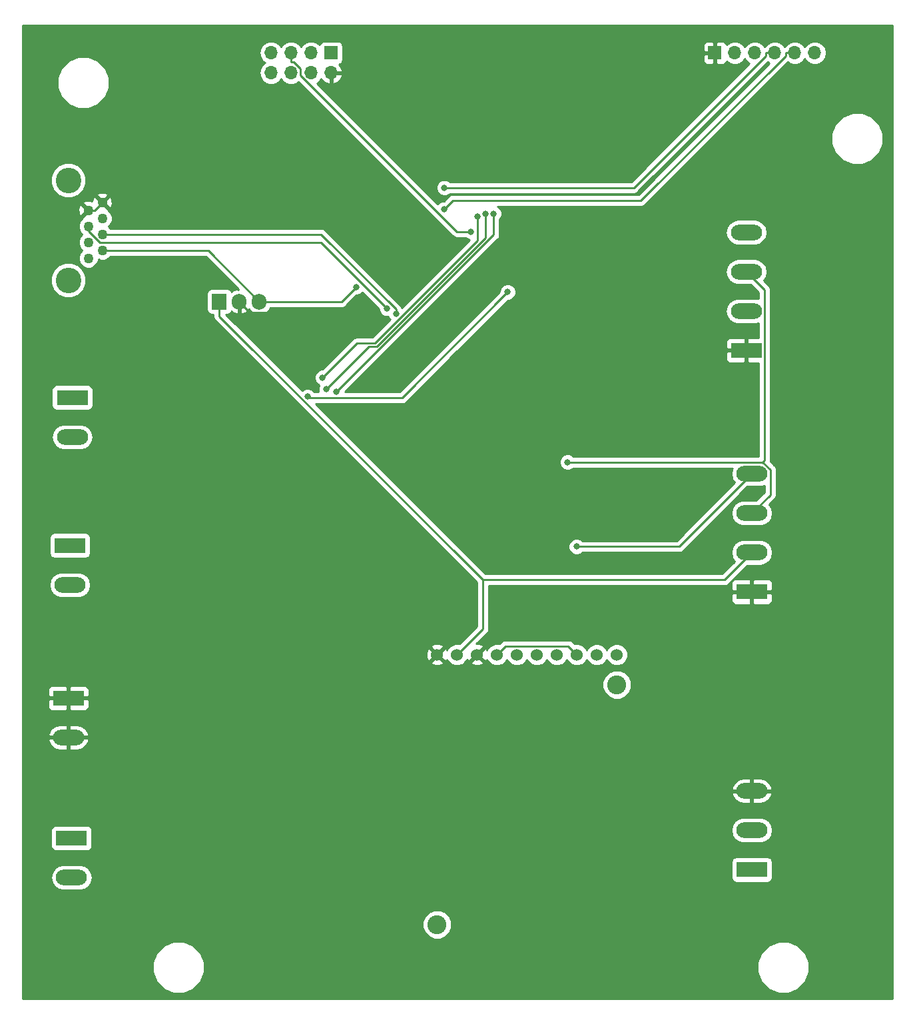
<source format=gbr>
G04 #@! TF.GenerationSoftware,KiCad,Pcbnew,5.0.0-fee4fd1~66~ubuntu18.04.1*
G04 #@! TF.CreationDate,2018-09-20T21:41:55-04:00*
G04 #@! TF.ProjectId,BackPanel,4261636B50616E656C2E6B696361645F,rev?*
G04 #@! TF.SameCoordinates,Original*
G04 #@! TF.FileFunction,Copper,L2,Bot,Signal*
G04 #@! TF.FilePolarity,Positive*
%FSLAX46Y46*%
G04 Gerber Fmt 4.6, Leading zero omitted, Abs format (unit mm)*
G04 Created by KiCad (PCBNEW 5.0.0-fee4fd1~66~ubuntu18.04.1) date Thu Sep 20 21:41:55 2018*
%MOMM*%
%LPD*%
G01*
G04 APERTURE LIST*
G04 #@! TA.AperFunction,ComponentPad*
%ADD10C,2.413000*%
G04 #@! TD*
G04 #@! TA.AperFunction,ComponentPad*
%ADD11C,1.524000*%
G04 #@! TD*
G04 #@! TA.AperFunction,ComponentPad*
%ADD12R,1.700000X1.700000*%
G04 #@! TD*
G04 #@! TA.AperFunction,ComponentPad*
%ADD13O,1.700000X1.700000*%
G04 #@! TD*
G04 #@! TA.AperFunction,ComponentPad*
%ADD14R,1.905000X2.000000*%
G04 #@! TD*
G04 #@! TA.AperFunction,ComponentPad*
%ADD15O,1.905000X2.000000*%
G04 #@! TD*
G04 #@! TA.AperFunction,ComponentPad*
%ADD16C,3.250000*%
G04 #@! TD*
G04 #@! TA.AperFunction,ComponentPad*
%ADD17C,1.270000*%
G04 #@! TD*
G04 #@! TA.AperFunction,ComponentPad*
%ADD18O,3.960000X1.980000*%
G04 #@! TD*
G04 #@! TA.AperFunction,ComponentPad*
%ADD19R,3.960000X1.980000*%
G04 #@! TD*
G04 #@! TA.AperFunction,ViaPad*
%ADD20C,0.800000*%
G04 #@! TD*
G04 #@! TA.AperFunction,Conductor*
%ADD21C,0.250000*%
G04 #@! TD*
G04 #@! TA.AperFunction,Conductor*
%ADD22C,0.254000*%
G04 #@! TD*
G04 APERTURE END LIST*
D10*
G04 #@! TO.P,U5,*
G04 #@! TO.N,*
X142370000Y-142280000D03*
X165230000Y-111800000D03*
D11*
G04 #@! TO.P,U5,10*
G04 #@! TO.N,GND*
X142370000Y-107990000D03*
G04 #@! TO.P,U5,9*
G04 #@! TO.N,+24V*
X144910000Y-107990000D03*
G04 #@! TO.P,U5,8*
G04 #@! TO.N,GND*
X147450000Y-107990000D03*
G04 #@! TO.P,U5,7*
G04 #@! TO.N,+3V3*
X149990000Y-107990000D03*
G04 #@! TO.P,U5,6*
G04 #@! TO.N,/GPIOE/GoEast*
X152530000Y-107990000D03*
G04 #@! TO.P,U5,5*
G04 #@! TO.N,Net-(U5-Pad5)*
X155070000Y-107990000D03*
G04 #@! TO.P,U5,4*
G04 #@! TO.N,/GPIOE/GoWest*
X157610000Y-107990000D03*
G04 #@! TO.P,U5,3*
G04 #@! TO.N,+3V3*
X160150000Y-107990000D03*
G04 #@! TO.P,U5,2*
G04 #@! TO.N,Net-(U5-Pad2)*
X162690000Y-107990000D03*
G04 #@! TO.P,U5,1*
G04 #@! TO.N,/GPIOE/CurrentSense*
X165230000Y-107990000D03*
G04 #@! TD*
D12*
G04 #@! TO.P,J2,1*
G04 #@! TO.N,Net-(J2-Pad1)*
X128900000Y-31500000D03*
D13*
G04 #@! TO.P,J2,2*
G04 #@! TO.N,GND*
X128900000Y-34040000D03*
G04 #@! TO.P,J2,3*
G04 #@! TO.N,Net-(J2-Pad3)*
X126360000Y-31500000D03*
G04 #@! TO.P,J2,4*
G04 #@! TO.N,+3V3*
X126360000Y-34040000D03*
G04 #@! TO.P,J2,5*
G04 #@! TO.N,Net-(J2-Pad5)*
X123820000Y-31500000D03*
G04 #@! TO.P,J2,6*
G04 #@! TO.N,Net-(J2-Pad6)*
X123820000Y-34040000D03*
G04 #@! TO.P,J2,7*
G04 #@! TO.N,Net-(J2-Pad7)*
X121280000Y-31500000D03*
G04 #@! TO.P,J2,8*
G04 #@! TO.N,Net-(J2-Pad8)*
X121280000Y-34040000D03*
G04 #@! TD*
D12*
G04 #@! TO.P,J3,1*
G04 #@! TO.N,GND*
X177700000Y-31500000D03*
D13*
G04 #@! TO.P,J3,2*
G04 #@! TO.N,Net-(J3-Pad2)*
X180240000Y-31500000D03*
G04 #@! TO.P,J3,3*
G04 #@! TO.N,Net-(J3-Pad3)*
X182780000Y-31500000D03*
G04 #@! TO.P,J3,4*
G04 #@! TO.N,Net-(J3-Pad4)*
X185320000Y-31500000D03*
G04 #@! TO.P,J3,5*
G04 #@! TO.N,Net-(J3-Pad5)*
X187860000Y-31500000D03*
G04 #@! TO.P,J3,6*
G04 #@! TO.N,Net-(J3-Pad6)*
X190400000Y-31500000D03*
G04 #@! TD*
D14*
G04 #@! TO.P,U2,1*
G04 #@! TO.N,+24V*
X114700000Y-63100000D03*
D15*
G04 #@! TO.P,U2,2*
G04 #@! TO.N,GND*
X117240000Y-63100000D03*
G04 #@! TO.P,U2,3*
G04 #@! TO.N,+3V3*
X119780000Y-63100000D03*
G04 #@! TD*
D16*
G04 #@! TO.P,J1,*
G04 #@! TO.N,*
X95500000Y-47700000D03*
X95500000Y-60400000D03*
D17*
G04 #@! TO.P,J1,8*
G04 #@! TO.N,GND*
X99818000Y-50494000D03*
G04 #@! TO.P,J1,7*
X98040000Y-51510000D03*
G04 #@! TO.P,J1,6*
G04 #@! TO.N,Net-(J1-Pad6)*
X99818000Y-52526000D03*
G04 #@! TO.P,J1,5*
G04 #@! TO.N,/TX*
X98040000Y-53542000D03*
G04 #@! TO.P,J1,4*
G04 #@! TO.N,/RX*
X99818000Y-54558000D03*
G04 #@! TO.P,J1,3*
G04 #@! TO.N,Net-(J1-Pad3)*
X98040000Y-55574000D03*
G04 #@! TO.P,J1,2*
G04 #@! TO.N,+3V3*
X99818000Y-56590000D03*
G04 #@! TO.P,J1,1*
X98040000Y-57606000D03*
G04 #@! TD*
D18*
G04 #@! TO.P,J4,2*
G04 #@! TO.N,/C-D/RS485A(-)*
X96000000Y-80300000D03*
D19*
G04 #@! TO.P,J4,1*
X96000000Y-75300000D03*
G04 #@! TD*
G04 #@! TO.P,J5,1*
G04 #@! TO.N,/C-D/RS485B(+)*
X95700000Y-94100000D03*
D18*
G04 #@! TO.P,J5,2*
X95700000Y-99100000D03*
G04 #@! TD*
D19*
G04 #@! TO.P,J6,1*
G04 #@! TO.N,GND*
X95500000Y-113500000D03*
D18*
G04 #@! TO.P,J6,2*
X95500000Y-118500000D03*
G04 #@! TD*
G04 #@! TO.P,J7,2*
G04 #@! TO.N,Net-(J7-Pad1)*
X95900000Y-136300000D03*
D19*
G04 #@! TO.P,J7,1*
X95900000Y-131300000D03*
G04 #@! TD*
D18*
G04 #@! TO.P,J8,3*
G04 #@! TO.N,/C-D/serial/AngleRS485B(+)*
X182400000Y-90000000D03*
G04 #@! TO.P,J8,4*
G04 #@! TO.N,/C-D/serial/AngleRS485A(-)*
X182400000Y-85000000D03*
G04 #@! TO.P,J8,2*
G04 #@! TO.N,+24V*
X182400000Y-95000000D03*
D19*
G04 #@! TO.P,J8,1*
G04 #@! TO.N,GND*
X182400000Y-100000000D03*
G04 #@! TD*
G04 #@! TO.P,J9,1*
G04 #@! TO.N,GND*
X181700000Y-69300000D03*
D18*
G04 #@! TO.P,J9,2*
G04 #@! TO.N,+24V*
X181700000Y-64300000D03*
G04 #@! TO.P,J9,4*
G04 #@! TO.N,/C-D/serial/AngleRS485A(-)*
X181700000Y-54300000D03*
G04 #@! TO.P,J9,3*
G04 #@! TO.N,/C-D/serial/AngleRS485B(+)*
X181700000Y-59300000D03*
G04 #@! TD*
D19*
G04 #@! TO.P,J10,1*
G04 #@! TO.N,/GPIOE/EastLimit*
X182400000Y-135300000D03*
D18*
G04 #@! TO.P,J10,2*
G04 #@! TO.N,/GPIOE/WestLimit*
X182400000Y-130300000D03*
G04 #@! TO.P,J10,3*
G04 #@! TO.N,GND*
X182400000Y-125300000D03*
G04 #@! TD*
D20*
G04 #@! TO.N,GND*
X130600000Y-64116700D03*
G04 #@! TO.N,+3V3*
X132100000Y-61272100D03*
G04 #@! TO.N,/C-D/serial/AngleRS485B(+)*
X158975500Y-83512500D03*
G04 #@! TO.N,/C-D/serial/AngleRS485A(-)*
X160100000Y-94252000D03*
G04 #@! TO.N,/RX*
X137153000Y-64642900D03*
G04 #@! TO.N,/TX*
X136020800Y-64006900D03*
G04 #@! TO.N,Net-(J2-Pad5)*
X146709700Y-54246000D03*
G04 #@! TO.N,Net-(J3-Pad4)*
X143304900Y-48639800D03*
G04 #@! TO.N,Net-(J3-Pad5)*
X143300000Y-51351200D03*
G04 #@! TO.N,/C-D/serial/TX*
X151358500Y-61895900D03*
X125920700Y-75165200D03*
G04 #@! TO.N,/C-D/serial/AngleTX*
X147548200Y-52275100D03*
X127830600Y-72756200D03*
G04 #@! TO.N,/C-D/serial/AngleRX*
X149573800Y-51923400D03*
X129581400Y-74595700D03*
G04 #@! TO.N,/C-D/serial/AngleTX_en*
X148548600Y-51958100D03*
X128291400Y-74248800D03*
G04 #@! TD*
D21*
G04 #@! TO.N,GND*
X117240000Y-63100000D02*
X118598700Y-64458700D01*
X118598700Y-64458700D02*
X130258000Y-64458700D01*
X130258000Y-64458700D02*
X130600000Y-64116700D01*
X99818000Y-50494000D02*
X98802000Y-51510000D01*
X98802000Y-51510000D02*
X98040000Y-51510000D01*
G04 #@! TO.N,+3V3*
X99818000Y-56590000D02*
X113270000Y-56590000D01*
X113270000Y-56590000D02*
X119780000Y-63100000D01*
X160150000Y-107990000D02*
X159053300Y-106893300D01*
X159053300Y-106893300D02*
X151086700Y-106893300D01*
X151086700Y-106893300D02*
X149990000Y-107990000D01*
X121057800Y-63100000D02*
X130272100Y-63100000D01*
X130272100Y-63100000D02*
X132100000Y-61272100D01*
X119780000Y-63100000D02*
X121057800Y-63100000D01*
G04 #@! TO.N,/C-D/serial/AngleRS485B(+)*
X183795700Y-83512500D02*
X158975500Y-83512500D01*
X182400000Y-90000000D02*
X184735000Y-87665000D01*
X184735000Y-87665000D02*
X184735000Y-84451800D01*
X184735000Y-84451800D02*
X183795700Y-83512500D01*
X181700000Y-59300000D02*
X184005400Y-61605400D01*
X184005400Y-61605400D02*
X184005400Y-83302800D01*
X184005400Y-83302800D02*
X183795700Y-83512500D01*
G04 #@! TO.N,/C-D/serial/AngleRS485A(-)*
X182400000Y-85000000D02*
X173148000Y-94252000D01*
X173148000Y-94252000D02*
X160100000Y-94252000D01*
G04 #@! TO.N,/RX*
X99818000Y-54558000D02*
X127622900Y-54558000D01*
X127622900Y-54558000D02*
X137153000Y-64088100D01*
X137153000Y-64088100D02*
X137153000Y-64642900D01*
G04 #@! TO.N,/TX*
X98040000Y-53542000D02*
X98040000Y-54138100D01*
X98040000Y-54138100D02*
X99475900Y-55574000D01*
X99475900Y-55574000D02*
X127587900Y-55574000D01*
X127587900Y-55574000D02*
X136020800Y-64006900D01*
G04 #@! TO.N,Net-(J2-Pad5)*
X123820000Y-32675300D02*
X124187400Y-32675300D01*
X124187400Y-32675300D02*
X124995300Y-33483200D01*
X124995300Y-33483200D02*
X124995300Y-34341700D01*
X124995300Y-34341700D02*
X144899600Y-54246000D01*
X144899600Y-54246000D02*
X146709700Y-54246000D01*
X123820000Y-31500000D02*
X123820000Y-32675300D01*
G04 #@! TO.N,Net-(J3-Pad4)*
X184144700Y-31500000D02*
X184144700Y-31867300D01*
X184144700Y-31867300D02*
X167372200Y-48639800D01*
X167372200Y-48639800D02*
X143304900Y-48639800D01*
X185320000Y-31500000D02*
X184144700Y-31500000D01*
G04 #@! TO.N,Net-(J3-Pad5)*
X143300000Y-51351200D02*
X144393400Y-50257800D01*
X144393400Y-50257800D02*
X168294200Y-50257800D01*
X168294200Y-50257800D02*
X186684700Y-31867300D01*
X186684700Y-31867300D02*
X186684700Y-31500000D01*
X187860000Y-31500000D02*
X186684700Y-31500000D01*
G04 #@! TO.N,+24V*
X148208800Y-98479000D02*
X178921000Y-98479000D01*
X178921000Y-98479000D02*
X182400000Y-95000000D01*
X114700000Y-64425300D02*
X114700000Y-64970200D01*
X114700000Y-64970200D02*
X148208800Y-98479000D01*
X148208800Y-98479000D02*
X148208800Y-104691200D01*
X148208800Y-104691200D02*
X144910000Y-107990000D01*
X114700000Y-63100000D02*
X114700000Y-64425300D01*
G04 #@! TO.N,/C-D/serial/TX*
X125920700Y-75165200D02*
X126093900Y-75338400D01*
X126093900Y-75338400D02*
X137916000Y-75338400D01*
X137916000Y-75338400D02*
X151358500Y-61895900D01*
G04 #@! TO.N,/C-D/serial/AngleTX*
X147548200Y-52275100D02*
X147548200Y-55331800D01*
X147548200Y-55331800D02*
X134495900Y-68384100D01*
X134495900Y-68384100D02*
X132202700Y-68384100D01*
X132202700Y-68384100D02*
X127830600Y-72756200D01*
G04 #@! TO.N,/C-D/serial/AngleRX*
X149573800Y-51923400D02*
X149573800Y-54603300D01*
X149573800Y-54603300D02*
X129581400Y-74595700D01*
G04 #@! TO.N,/C-D/serial/AngleTX_en*
X148548600Y-51958100D02*
X148548600Y-54977900D01*
X148548600Y-54977900D02*
X134692100Y-68834400D01*
X134692100Y-68834400D02*
X133705800Y-68834400D01*
X133705800Y-68834400D02*
X128291400Y-74248800D01*
G04 #@! TD*
D22*
G04 #@! TO.N,GND*
G36*
X200290001Y-151690000D02*
X89710000Y-151690000D01*
X89710000Y-147046573D01*
X106215000Y-147046573D01*
X106215000Y-148353427D01*
X106715111Y-149560803D01*
X107639197Y-150484889D01*
X108846573Y-150985000D01*
X110153427Y-150985000D01*
X111360803Y-150484889D01*
X112284889Y-149560803D01*
X112785000Y-148353427D01*
X112785000Y-147046573D01*
X183115000Y-147046573D01*
X183115000Y-148353427D01*
X183615111Y-149560803D01*
X184539197Y-150484889D01*
X185746573Y-150985000D01*
X187053427Y-150985000D01*
X188260803Y-150484889D01*
X189184889Y-149560803D01*
X189685000Y-148353427D01*
X189685000Y-147046573D01*
X189184889Y-145839197D01*
X188260803Y-144915111D01*
X187053427Y-144415000D01*
X185746573Y-144415000D01*
X184539197Y-144915111D01*
X183615111Y-145839197D01*
X183115000Y-147046573D01*
X112785000Y-147046573D01*
X112284889Y-145839197D01*
X111360803Y-144915111D01*
X110153427Y-144415000D01*
X108846573Y-144415000D01*
X107639197Y-144915111D01*
X106715111Y-145839197D01*
X106215000Y-147046573D01*
X89710000Y-147046573D01*
X89710000Y-141913703D01*
X140528500Y-141913703D01*
X140528500Y-142646297D01*
X140808852Y-143323126D01*
X141326874Y-143841148D01*
X142003703Y-144121500D01*
X142736297Y-144121500D01*
X143413126Y-143841148D01*
X143931148Y-143323126D01*
X144211500Y-142646297D01*
X144211500Y-141913703D01*
X143931148Y-141236874D01*
X143413126Y-140718852D01*
X142736297Y-140438500D01*
X142003703Y-140438500D01*
X141326874Y-140718852D01*
X140808852Y-141236874D01*
X140528500Y-141913703D01*
X89710000Y-141913703D01*
X89710000Y-136300000D01*
X93253165Y-136300000D01*
X93379284Y-136934043D01*
X93738441Y-137471559D01*
X94275957Y-137830716D01*
X94749955Y-137925000D01*
X97050045Y-137925000D01*
X97524043Y-137830716D01*
X98061559Y-137471559D01*
X98420716Y-136934043D01*
X98546835Y-136300000D01*
X98420716Y-135665957D01*
X98061559Y-135128441D01*
X97524043Y-134769284D01*
X97050045Y-134675000D01*
X94749955Y-134675000D01*
X94275957Y-134769284D01*
X93738441Y-135128441D01*
X93379284Y-135665957D01*
X93253165Y-136300000D01*
X89710000Y-136300000D01*
X89710000Y-134310000D01*
X179772560Y-134310000D01*
X179772560Y-136290000D01*
X179821843Y-136537765D01*
X179962191Y-136747809D01*
X180172235Y-136888157D01*
X180420000Y-136937440D01*
X184380000Y-136937440D01*
X184627765Y-136888157D01*
X184837809Y-136747809D01*
X184978157Y-136537765D01*
X185027440Y-136290000D01*
X185027440Y-134310000D01*
X184978157Y-134062235D01*
X184837809Y-133852191D01*
X184627765Y-133711843D01*
X184380000Y-133662560D01*
X180420000Y-133662560D01*
X180172235Y-133711843D01*
X179962191Y-133852191D01*
X179821843Y-134062235D01*
X179772560Y-134310000D01*
X89710000Y-134310000D01*
X89710000Y-130310000D01*
X93272560Y-130310000D01*
X93272560Y-132290000D01*
X93321843Y-132537765D01*
X93462191Y-132747809D01*
X93672235Y-132888157D01*
X93920000Y-132937440D01*
X97880000Y-132937440D01*
X98127765Y-132888157D01*
X98337809Y-132747809D01*
X98478157Y-132537765D01*
X98527440Y-132290000D01*
X98527440Y-130310000D01*
X98525451Y-130300000D01*
X179753165Y-130300000D01*
X179879284Y-130934043D01*
X180238441Y-131471559D01*
X180775957Y-131830716D01*
X181249955Y-131925000D01*
X183550045Y-131925000D01*
X184024043Y-131830716D01*
X184561559Y-131471559D01*
X184920716Y-130934043D01*
X185046835Y-130300000D01*
X184920716Y-129665957D01*
X184561559Y-129128441D01*
X184024043Y-128769284D01*
X183550045Y-128675000D01*
X181249955Y-128675000D01*
X180775957Y-128769284D01*
X180238441Y-129128441D01*
X179879284Y-129665957D01*
X179753165Y-130300000D01*
X98525451Y-130300000D01*
X98478157Y-130062235D01*
X98337809Y-129852191D01*
X98127765Y-129711843D01*
X97880000Y-129662560D01*
X93920000Y-129662560D01*
X93672235Y-129711843D01*
X93462191Y-129852191D01*
X93321843Y-130062235D01*
X93272560Y-130310000D01*
X89710000Y-130310000D01*
X89710000Y-125678865D01*
X179829782Y-125678865D01*
X179860095Y-125804528D01*
X180171149Y-126359246D01*
X180670807Y-126752703D01*
X181283000Y-126925000D01*
X182273000Y-126925000D01*
X182273000Y-125427000D01*
X182527000Y-125427000D01*
X182527000Y-126925000D01*
X183517000Y-126925000D01*
X184129193Y-126752703D01*
X184628851Y-126359246D01*
X184939905Y-125804528D01*
X184970218Y-125678865D01*
X184850740Y-125427000D01*
X182527000Y-125427000D01*
X182273000Y-125427000D01*
X179949260Y-125427000D01*
X179829782Y-125678865D01*
X89710000Y-125678865D01*
X89710000Y-124921135D01*
X179829782Y-124921135D01*
X179949260Y-125173000D01*
X182273000Y-125173000D01*
X182273000Y-123675000D01*
X182527000Y-123675000D01*
X182527000Y-125173000D01*
X184850740Y-125173000D01*
X184970218Y-124921135D01*
X184939905Y-124795472D01*
X184628851Y-124240754D01*
X184129193Y-123847297D01*
X183517000Y-123675000D01*
X182527000Y-123675000D01*
X182273000Y-123675000D01*
X181283000Y-123675000D01*
X180670807Y-123847297D01*
X180171149Y-124240754D01*
X179860095Y-124795472D01*
X179829782Y-124921135D01*
X89710000Y-124921135D01*
X89710000Y-118878865D01*
X92929782Y-118878865D01*
X92960095Y-119004528D01*
X93271149Y-119559246D01*
X93770807Y-119952703D01*
X94383000Y-120125000D01*
X95373000Y-120125000D01*
X95373000Y-118627000D01*
X95627000Y-118627000D01*
X95627000Y-120125000D01*
X96617000Y-120125000D01*
X97229193Y-119952703D01*
X97728851Y-119559246D01*
X98039905Y-119004528D01*
X98070218Y-118878865D01*
X97950740Y-118627000D01*
X95627000Y-118627000D01*
X95373000Y-118627000D01*
X93049260Y-118627000D01*
X92929782Y-118878865D01*
X89710000Y-118878865D01*
X89710000Y-118121135D01*
X92929782Y-118121135D01*
X93049260Y-118373000D01*
X95373000Y-118373000D01*
X95373000Y-116875000D01*
X95627000Y-116875000D01*
X95627000Y-118373000D01*
X97950740Y-118373000D01*
X98070218Y-118121135D01*
X98039905Y-117995472D01*
X97728851Y-117440754D01*
X97229193Y-117047297D01*
X96617000Y-116875000D01*
X95627000Y-116875000D01*
X95373000Y-116875000D01*
X94383000Y-116875000D01*
X93770807Y-117047297D01*
X93271149Y-117440754D01*
X92960095Y-117995472D01*
X92929782Y-118121135D01*
X89710000Y-118121135D01*
X89710000Y-113785750D01*
X92885000Y-113785750D01*
X92885000Y-114616309D01*
X92981673Y-114849698D01*
X93160301Y-115028327D01*
X93393690Y-115125000D01*
X95214250Y-115125000D01*
X95373000Y-114966250D01*
X95373000Y-113627000D01*
X95627000Y-113627000D01*
X95627000Y-114966250D01*
X95785750Y-115125000D01*
X97606310Y-115125000D01*
X97839699Y-115028327D01*
X98018327Y-114849698D01*
X98115000Y-114616309D01*
X98115000Y-113785750D01*
X97956250Y-113627000D01*
X95627000Y-113627000D01*
X95373000Y-113627000D01*
X93043750Y-113627000D01*
X92885000Y-113785750D01*
X89710000Y-113785750D01*
X89710000Y-112383691D01*
X92885000Y-112383691D01*
X92885000Y-113214250D01*
X93043750Y-113373000D01*
X95373000Y-113373000D01*
X95373000Y-112033750D01*
X95627000Y-112033750D01*
X95627000Y-113373000D01*
X97956250Y-113373000D01*
X98115000Y-113214250D01*
X98115000Y-112383691D01*
X98018327Y-112150302D01*
X97839699Y-111971673D01*
X97606310Y-111875000D01*
X95785750Y-111875000D01*
X95627000Y-112033750D01*
X95373000Y-112033750D01*
X95214250Y-111875000D01*
X93393690Y-111875000D01*
X93160301Y-111971673D01*
X92981673Y-112150302D01*
X92885000Y-112383691D01*
X89710000Y-112383691D01*
X89710000Y-111433703D01*
X163388500Y-111433703D01*
X163388500Y-112166297D01*
X163668852Y-112843126D01*
X164186874Y-113361148D01*
X164863703Y-113641500D01*
X165596297Y-113641500D01*
X166273126Y-113361148D01*
X166791148Y-112843126D01*
X167071500Y-112166297D01*
X167071500Y-111433703D01*
X166791148Y-110756874D01*
X166273126Y-110238852D01*
X165596297Y-109958500D01*
X164863703Y-109958500D01*
X164186874Y-110238852D01*
X163668852Y-110756874D01*
X163388500Y-111433703D01*
X89710000Y-111433703D01*
X89710000Y-108970213D01*
X141569392Y-108970213D01*
X141638857Y-109212397D01*
X142162302Y-109399144D01*
X142717368Y-109371362D01*
X143101143Y-109212397D01*
X143170608Y-108970213D01*
X142370000Y-108169605D01*
X141569392Y-108970213D01*
X89710000Y-108970213D01*
X89710000Y-107782302D01*
X140960856Y-107782302D01*
X140988638Y-108337368D01*
X141147603Y-108721143D01*
X141389787Y-108790608D01*
X142190395Y-107990000D01*
X141389787Y-107189392D01*
X141147603Y-107258857D01*
X140960856Y-107782302D01*
X89710000Y-107782302D01*
X89710000Y-107009787D01*
X141569392Y-107009787D01*
X142370000Y-107810395D01*
X143170608Y-107009787D01*
X143101143Y-106767603D01*
X142577698Y-106580856D01*
X142022632Y-106608638D01*
X141638857Y-106767603D01*
X141569392Y-107009787D01*
X89710000Y-107009787D01*
X89710000Y-99100000D01*
X93053165Y-99100000D01*
X93179284Y-99734043D01*
X93538441Y-100271559D01*
X94075957Y-100630716D01*
X94549955Y-100725000D01*
X96850045Y-100725000D01*
X97324043Y-100630716D01*
X97861559Y-100271559D01*
X98220716Y-99734043D01*
X98346835Y-99100000D01*
X98220716Y-98465957D01*
X97861559Y-97928441D01*
X97324043Y-97569284D01*
X96850045Y-97475000D01*
X94549955Y-97475000D01*
X94075957Y-97569284D01*
X93538441Y-97928441D01*
X93179284Y-98465957D01*
X93053165Y-99100000D01*
X89710000Y-99100000D01*
X89710000Y-93110000D01*
X93072560Y-93110000D01*
X93072560Y-95090000D01*
X93121843Y-95337765D01*
X93262191Y-95547809D01*
X93472235Y-95688157D01*
X93720000Y-95737440D01*
X97680000Y-95737440D01*
X97927765Y-95688157D01*
X98137809Y-95547809D01*
X98278157Y-95337765D01*
X98327440Y-95090000D01*
X98327440Y-93110000D01*
X98278157Y-92862235D01*
X98137809Y-92652191D01*
X97927765Y-92511843D01*
X97680000Y-92462560D01*
X93720000Y-92462560D01*
X93472235Y-92511843D01*
X93262191Y-92652191D01*
X93121843Y-92862235D01*
X93072560Y-93110000D01*
X89710000Y-93110000D01*
X89710000Y-80300000D01*
X93353165Y-80300000D01*
X93479284Y-80934043D01*
X93838441Y-81471559D01*
X94375957Y-81830716D01*
X94849955Y-81925000D01*
X97150045Y-81925000D01*
X97624043Y-81830716D01*
X98161559Y-81471559D01*
X98520716Y-80934043D01*
X98646835Y-80300000D01*
X98520716Y-79665957D01*
X98161559Y-79128441D01*
X97624043Y-78769284D01*
X97150045Y-78675000D01*
X94849955Y-78675000D01*
X94375957Y-78769284D01*
X93838441Y-79128441D01*
X93479284Y-79665957D01*
X93353165Y-80300000D01*
X89710000Y-80300000D01*
X89710000Y-74310000D01*
X93372560Y-74310000D01*
X93372560Y-76290000D01*
X93421843Y-76537765D01*
X93562191Y-76747809D01*
X93772235Y-76888157D01*
X94020000Y-76937440D01*
X97980000Y-76937440D01*
X98227765Y-76888157D01*
X98437809Y-76747809D01*
X98578157Y-76537765D01*
X98627440Y-76290000D01*
X98627440Y-74310000D01*
X98578157Y-74062235D01*
X98437809Y-73852191D01*
X98227765Y-73711843D01*
X97980000Y-73662560D01*
X94020000Y-73662560D01*
X93772235Y-73711843D01*
X93562191Y-73852191D01*
X93421843Y-74062235D01*
X93372560Y-74310000D01*
X89710000Y-74310000D01*
X89710000Y-59950458D01*
X93240000Y-59950458D01*
X93240000Y-60849542D01*
X93584065Y-61680187D01*
X94219813Y-62315935D01*
X95050458Y-62660000D01*
X95949542Y-62660000D01*
X96780187Y-62315935D01*
X97415935Y-61680187D01*
X97760000Y-60849542D01*
X97760000Y-59950458D01*
X97415935Y-59119813D01*
X96780187Y-58484065D01*
X95949542Y-58140000D01*
X95050458Y-58140000D01*
X94219813Y-58484065D01*
X93584065Y-59119813D01*
X93240000Y-59950458D01*
X89710000Y-59950458D01*
X89710000Y-53289381D01*
X96770000Y-53289381D01*
X96770000Y-53794619D01*
X96963346Y-54261397D01*
X97259949Y-54558000D01*
X96963346Y-54854603D01*
X96770000Y-55321381D01*
X96770000Y-55826619D01*
X96963346Y-56293397D01*
X97259949Y-56590000D01*
X96963346Y-56886603D01*
X96770000Y-57353381D01*
X96770000Y-57858619D01*
X96963346Y-58325397D01*
X97320603Y-58682654D01*
X97787381Y-58876000D01*
X98292619Y-58876000D01*
X98759397Y-58682654D01*
X99116654Y-58325397D01*
X99310000Y-57858619D01*
X99310000Y-57754218D01*
X99565381Y-57860000D01*
X100070619Y-57860000D01*
X100537397Y-57666654D01*
X100854051Y-57350000D01*
X112955199Y-57350000D01*
X117112998Y-61507800D01*
X117112998Y-61629405D01*
X116867020Y-61509437D01*
X116373076Y-61724027D01*
X116247255Y-61847143D01*
X116110309Y-61642191D01*
X115900265Y-61501843D01*
X115652500Y-61452560D01*
X113747500Y-61452560D01*
X113499735Y-61501843D01*
X113289691Y-61642191D01*
X113149343Y-61852235D01*
X113100060Y-62100000D01*
X113100060Y-64100000D01*
X113149343Y-64347765D01*
X113289691Y-64557809D01*
X113499735Y-64698157D01*
X113747500Y-64747440D01*
X113940000Y-64747440D01*
X113940000Y-64895353D01*
X113925112Y-64970200D01*
X113940000Y-65045047D01*
X113940000Y-65045052D01*
X113984096Y-65266737D01*
X114152072Y-65518129D01*
X114215528Y-65560529D01*
X147448800Y-98793803D01*
X147448801Y-104376397D01*
X145219218Y-106605980D01*
X145187881Y-106593000D01*
X144632119Y-106593000D01*
X144118663Y-106805680D01*
X143725680Y-107198663D01*
X143646572Y-107389647D01*
X143592397Y-107258857D01*
X143350213Y-107189392D01*
X142549605Y-107990000D01*
X143350213Y-108790608D01*
X143592397Y-108721143D01*
X143642535Y-108580607D01*
X143725680Y-108781337D01*
X144118663Y-109174320D01*
X144632119Y-109387000D01*
X145187881Y-109387000D01*
X145701337Y-109174320D01*
X145905444Y-108970213D01*
X146649392Y-108970213D01*
X146718857Y-109212397D01*
X147242302Y-109399144D01*
X147797368Y-109371362D01*
X148181143Y-109212397D01*
X148250608Y-108970213D01*
X147450000Y-108169605D01*
X146649392Y-108970213D01*
X145905444Y-108970213D01*
X146094320Y-108781337D01*
X146173428Y-108590353D01*
X146227603Y-108721143D01*
X146469787Y-108790608D01*
X147270395Y-107990000D01*
X147629605Y-107990000D01*
X148430213Y-108790608D01*
X148672397Y-108721143D01*
X148722535Y-108580607D01*
X148805680Y-108781337D01*
X149198663Y-109174320D01*
X149712119Y-109387000D01*
X150267881Y-109387000D01*
X150781337Y-109174320D01*
X151174320Y-108781337D01*
X151260000Y-108574487D01*
X151345680Y-108781337D01*
X151738663Y-109174320D01*
X152252119Y-109387000D01*
X152807881Y-109387000D01*
X153321337Y-109174320D01*
X153714320Y-108781337D01*
X153800000Y-108574487D01*
X153885680Y-108781337D01*
X154278663Y-109174320D01*
X154792119Y-109387000D01*
X155347881Y-109387000D01*
X155861337Y-109174320D01*
X156254320Y-108781337D01*
X156340000Y-108574487D01*
X156425680Y-108781337D01*
X156818663Y-109174320D01*
X157332119Y-109387000D01*
X157887881Y-109387000D01*
X158401337Y-109174320D01*
X158794320Y-108781337D01*
X158880000Y-108574487D01*
X158965680Y-108781337D01*
X159358663Y-109174320D01*
X159872119Y-109387000D01*
X160427881Y-109387000D01*
X160941337Y-109174320D01*
X161334320Y-108781337D01*
X161420000Y-108574487D01*
X161505680Y-108781337D01*
X161898663Y-109174320D01*
X162412119Y-109387000D01*
X162967881Y-109387000D01*
X163481337Y-109174320D01*
X163874320Y-108781337D01*
X163960000Y-108574487D01*
X164045680Y-108781337D01*
X164438663Y-109174320D01*
X164952119Y-109387000D01*
X165507881Y-109387000D01*
X166021337Y-109174320D01*
X166414320Y-108781337D01*
X166627000Y-108267881D01*
X166627000Y-107712119D01*
X166414320Y-107198663D01*
X166021337Y-106805680D01*
X165507881Y-106593000D01*
X164952119Y-106593000D01*
X164438663Y-106805680D01*
X164045680Y-107198663D01*
X163960000Y-107405513D01*
X163874320Y-107198663D01*
X163481337Y-106805680D01*
X162967881Y-106593000D01*
X162412119Y-106593000D01*
X161898663Y-106805680D01*
X161505680Y-107198663D01*
X161420000Y-107405513D01*
X161334320Y-107198663D01*
X160941337Y-106805680D01*
X160427881Y-106593000D01*
X159872119Y-106593000D01*
X159840782Y-106605980D01*
X159643631Y-106408830D01*
X159601229Y-106345371D01*
X159349837Y-106177396D01*
X159128152Y-106133300D01*
X159128147Y-106133300D01*
X159053300Y-106118412D01*
X158978453Y-106133300D01*
X151161546Y-106133300D01*
X151086699Y-106118412D01*
X151011852Y-106133300D01*
X151011848Y-106133300D01*
X150790163Y-106177396D01*
X150538771Y-106345371D01*
X150496371Y-106408827D01*
X150299218Y-106605980D01*
X150267881Y-106593000D01*
X149712119Y-106593000D01*
X149198663Y-106805680D01*
X148805680Y-107198663D01*
X148726572Y-107389647D01*
X148672397Y-107258857D01*
X148430213Y-107189392D01*
X147629605Y-107990000D01*
X147270395Y-107990000D01*
X147256253Y-107975858D01*
X147435858Y-107796253D01*
X147450000Y-107810395D01*
X148250608Y-107009787D01*
X148181143Y-106767603D01*
X147657698Y-106580856D01*
X147380049Y-106594753D01*
X148693273Y-105281529D01*
X148756729Y-105239129D01*
X148799724Y-105174782D01*
X148924704Y-104987738D01*
X148934280Y-104939595D01*
X148968800Y-104766052D01*
X148968800Y-104766048D01*
X148983688Y-104691200D01*
X148968800Y-104616352D01*
X148968800Y-100285750D01*
X179785000Y-100285750D01*
X179785000Y-101116309D01*
X179881673Y-101349698D01*
X180060301Y-101528327D01*
X180293690Y-101625000D01*
X182114250Y-101625000D01*
X182273000Y-101466250D01*
X182273000Y-100127000D01*
X182527000Y-100127000D01*
X182527000Y-101466250D01*
X182685750Y-101625000D01*
X184506310Y-101625000D01*
X184739699Y-101528327D01*
X184918327Y-101349698D01*
X185015000Y-101116309D01*
X185015000Y-100285750D01*
X184856250Y-100127000D01*
X182527000Y-100127000D01*
X182273000Y-100127000D01*
X179943750Y-100127000D01*
X179785000Y-100285750D01*
X148968800Y-100285750D01*
X148968800Y-99239000D01*
X178846153Y-99239000D01*
X178921000Y-99253888D01*
X178995847Y-99239000D01*
X178995852Y-99239000D01*
X179217537Y-99194904D01*
X179468929Y-99026929D01*
X179511331Y-98963470D01*
X179591110Y-98883691D01*
X179785000Y-98883691D01*
X179785000Y-99714250D01*
X179943750Y-99873000D01*
X182273000Y-99873000D01*
X182273000Y-98533750D01*
X182527000Y-98533750D01*
X182527000Y-99873000D01*
X184856250Y-99873000D01*
X185015000Y-99714250D01*
X185015000Y-98883691D01*
X184918327Y-98650302D01*
X184739699Y-98471673D01*
X184506310Y-98375000D01*
X182685750Y-98375000D01*
X182527000Y-98533750D01*
X182273000Y-98533750D01*
X182114250Y-98375000D01*
X180293690Y-98375000D01*
X180060301Y-98471673D01*
X179881673Y-98650302D01*
X179785000Y-98883691D01*
X179591110Y-98883691D01*
X181849802Y-96625000D01*
X183550045Y-96625000D01*
X184024043Y-96530716D01*
X184561559Y-96171559D01*
X184920716Y-95634043D01*
X185046835Y-95000000D01*
X184920716Y-94365957D01*
X184561559Y-93828441D01*
X184024043Y-93469284D01*
X183550045Y-93375000D01*
X181249955Y-93375000D01*
X180775957Y-93469284D01*
X180238441Y-93828441D01*
X179879284Y-94365957D01*
X179753165Y-95000000D01*
X179879284Y-95634043D01*
X180204474Y-96120724D01*
X178606199Y-97719000D01*
X148523603Y-97719000D01*
X134111229Y-83306626D01*
X157940500Y-83306626D01*
X157940500Y-83718374D01*
X158098069Y-84098780D01*
X158389220Y-84389931D01*
X158769626Y-84547500D01*
X159181374Y-84547500D01*
X159561780Y-84389931D01*
X159679211Y-84272500D01*
X179941730Y-84272500D01*
X179879284Y-84365957D01*
X179753165Y-85000000D01*
X179879284Y-85634043D01*
X180204474Y-86120724D01*
X172833199Y-93492000D01*
X160803711Y-93492000D01*
X160686280Y-93374569D01*
X160305874Y-93217000D01*
X159894126Y-93217000D01*
X159513720Y-93374569D01*
X159222569Y-93665720D01*
X159065000Y-94046126D01*
X159065000Y-94457874D01*
X159222569Y-94838280D01*
X159513720Y-95129431D01*
X159894126Y-95287000D01*
X160305874Y-95287000D01*
X160686280Y-95129431D01*
X160803711Y-95012000D01*
X173073153Y-95012000D01*
X173148000Y-95026888D01*
X173222847Y-95012000D01*
X173222852Y-95012000D01*
X173444537Y-94967904D01*
X173695929Y-94799929D01*
X173738331Y-94736470D01*
X181849802Y-86625000D01*
X183550045Y-86625000D01*
X183975000Y-86540471D01*
X183975000Y-87350198D01*
X182950199Y-88375000D01*
X181249955Y-88375000D01*
X180775957Y-88469284D01*
X180238441Y-88828441D01*
X179879284Y-89365957D01*
X179753165Y-90000000D01*
X179879284Y-90634043D01*
X180238441Y-91171559D01*
X180775957Y-91530716D01*
X181249955Y-91625000D01*
X183550045Y-91625000D01*
X184024043Y-91530716D01*
X184561559Y-91171559D01*
X184920716Y-90634043D01*
X185046835Y-90000000D01*
X184920716Y-89365957D01*
X184595526Y-88879276D01*
X185219473Y-88255329D01*
X185282929Y-88212929D01*
X185325924Y-88148582D01*
X185450904Y-87961538D01*
X185460480Y-87913395D01*
X185495000Y-87739852D01*
X185495000Y-87739848D01*
X185509888Y-87665000D01*
X185495000Y-87590152D01*
X185495000Y-84526648D01*
X185509888Y-84451800D01*
X185495000Y-84376952D01*
X185495000Y-84376948D01*
X185450904Y-84155263D01*
X185450904Y-84155262D01*
X185325329Y-83967327D01*
X185282929Y-83903871D01*
X185219473Y-83861471D01*
X184760465Y-83402463D01*
X184765400Y-83377652D01*
X184765400Y-83377648D01*
X184780288Y-83302800D01*
X184765400Y-83227952D01*
X184765400Y-61680247D01*
X184780288Y-61605400D01*
X184765400Y-61530553D01*
X184765400Y-61530548D01*
X184721304Y-61308863D01*
X184553329Y-61057471D01*
X184489873Y-61015071D01*
X183895526Y-60420724D01*
X184220716Y-59934043D01*
X184346835Y-59300000D01*
X184220716Y-58665957D01*
X183861559Y-58128441D01*
X183324043Y-57769284D01*
X182850045Y-57675000D01*
X180549955Y-57675000D01*
X180075957Y-57769284D01*
X179538441Y-58128441D01*
X179179284Y-58665957D01*
X179053165Y-59300000D01*
X179179284Y-59934043D01*
X179538441Y-60471559D01*
X180075957Y-60830716D01*
X180549955Y-60925000D01*
X182250199Y-60925000D01*
X183245400Y-61920202D01*
X183245400Y-62753641D01*
X182850045Y-62675000D01*
X180549955Y-62675000D01*
X180075957Y-62769284D01*
X179538441Y-63128441D01*
X179179284Y-63665957D01*
X179053165Y-64300000D01*
X179179284Y-64934043D01*
X179538441Y-65471559D01*
X180075957Y-65830716D01*
X180549955Y-65925000D01*
X182850045Y-65925000D01*
X183245400Y-65846359D01*
X183245400Y-67675000D01*
X181985750Y-67675000D01*
X181827000Y-67833750D01*
X181827000Y-69173000D01*
X181847000Y-69173000D01*
X181847000Y-69427000D01*
X181827000Y-69427000D01*
X181827000Y-70766250D01*
X181985750Y-70925000D01*
X183245400Y-70925000D01*
X183245401Y-82752500D01*
X159679211Y-82752500D01*
X159561780Y-82635069D01*
X159181374Y-82477500D01*
X158769626Y-82477500D01*
X158389220Y-82635069D01*
X158098069Y-82926220D01*
X157940500Y-83306626D01*
X134111229Y-83306626D01*
X126903002Y-76098400D01*
X137841153Y-76098400D01*
X137916000Y-76113288D01*
X137990847Y-76098400D01*
X137990852Y-76098400D01*
X138212537Y-76054304D01*
X138463929Y-75886329D01*
X138506331Y-75822870D01*
X144743451Y-69585750D01*
X179085000Y-69585750D01*
X179085000Y-70416309D01*
X179181673Y-70649698D01*
X179360301Y-70828327D01*
X179593690Y-70925000D01*
X181414250Y-70925000D01*
X181573000Y-70766250D01*
X181573000Y-69427000D01*
X179243750Y-69427000D01*
X179085000Y-69585750D01*
X144743451Y-69585750D01*
X146145510Y-68183691D01*
X179085000Y-68183691D01*
X179085000Y-69014250D01*
X179243750Y-69173000D01*
X181573000Y-69173000D01*
X181573000Y-67833750D01*
X181414250Y-67675000D01*
X179593690Y-67675000D01*
X179360301Y-67771673D01*
X179181673Y-67950302D01*
X179085000Y-68183691D01*
X146145510Y-68183691D01*
X151398302Y-62930900D01*
X151564374Y-62930900D01*
X151944780Y-62773331D01*
X152235931Y-62482180D01*
X152393500Y-62101774D01*
X152393500Y-61690026D01*
X152235931Y-61309620D01*
X151944780Y-61018469D01*
X151564374Y-60860900D01*
X151152626Y-60860900D01*
X150772220Y-61018469D01*
X150481069Y-61309620D01*
X150323500Y-61690026D01*
X150323500Y-61856098D01*
X137601199Y-74578400D01*
X130673501Y-74578400D01*
X150058273Y-55193629D01*
X150121729Y-55151229D01*
X150289704Y-54899837D01*
X150333800Y-54678152D01*
X150333800Y-54678148D01*
X150348688Y-54603301D01*
X150333800Y-54528454D01*
X150333800Y-54300000D01*
X179053165Y-54300000D01*
X179179284Y-54934043D01*
X179538441Y-55471559D01*
X180075957Y-55830716D01*
X180549955Y-55925000D01*
X182850045Y-55925000D01*
X183324043Y-55830716D01*
X183861559Y-55471559D01*
X184220716Y-54934043D01*
X184346835Y-54300000D01*
X184220716Y-53665957D01*
X183861559Y-53128441D01*
X183324043Y-52769284D01*
X182850045Y-52675000D01*
X180549955Y-52675000D01*
X180075957Y-52769284D01*
X179538441Y-53128441D01*
X179179284Y-53665957D01*
X179053165Y-54300000D01*
X150333800Y-54300000D01*
X150333800Y-52627111D01*
X150451231Y-52509680D01*
X150608800Y-52129274D01*
X150608800Y-51717526D01*
X150451231Y-51337120D01*
X150160080Y-51045969D01*
X150092074Y-51017800D01*
X168219353Y-51017800D01*
X168294200Y-51032688D01*
X168369047Y-51017800D01*
X168369052Y-51017800D01*
X168590737Y-50973704D01*
X168842129Y-50805729D01*
X168884531Y-50742270D01*
X177880228Y-41746573D01*
X192515000Y-41746573D01*
X192515000Y-43053427D01*
X193015111Y-44260803D01*
X193939197Y-45184889D01*
X195146573Y-45685000D01*
X196453427Y-45685000D01*
X197660803Y-45184889D01*
X198584889Y-44260803D01*
X199085000Y-43053427D01*
X199085000Y-41746573D01*
X198584889Y-40539197D01*
X197660803Y-39615111D01*
X196453427Y-39115000D01*
X195146573Y-39115000D01*
X193939197Y-39615111D01*
X193015111Y-40539197D01*
X192515000Y-41746573D01*
X177880228Y-41746573D01*
X186949311Y-32677491D01*
X187280582Y-32898839D01*
X187713744Y-32985000D01*
X188006256Y-32985000D01*
X188439418Y-32898839D01*
X188930625Y-32570625D01*
X189130000Y-32272239D01*
X189329375Y-32570625D01*
X189820582Y-32898839D01*
X190253744Y-32985000D01*
X190546256Y-32985000D01*
X190979418Y-32898839D01*
X191470625Y-32570625D01*
X191798839Y-32079418D01*
X191914092Y-31500000D01*
X191798839Y-30920582D01*
X191470625Y-30429375D01*
X190979418Y-30101161D01*
X190546256Y-30015000D01*
X190253744Y-30015000D01*
X189820582Y-30101161D01*
X189329375Y-30429375D01*
X189130000Y-30727761D01*
X188930625Y-30429375D01*
X188439418Y-30101161D01*
X188006256Y-30015000D01*
X187713744Y-30015000D01*
X187280582Y-30101161D01*
X186789375Y-30429375D01*
X186590000Y-30727761D01*
X186390625Y-30429375D01*
X185899418Y-30101161D01*
X185466256Y-30015000D01*
X185173744Y-30015000D01*
X184740582Y-30101161D01*
X184249375Y-30429375D01*
X184050000Y-30727761D01*
X183850625Y-30429375D01*
X183359418Y-30101161D01*
X182926256Y-30015000D01*
X182633744Y-30015000D01*
X182200582Y-30101161D01*
X181709375Y-30429375D01*
X181510000Y-30727761D01*
X181310625Y-30429375D01*
X180819418Y-30101161D01*
X180386256Y-30015000D01*
X180093744Y-30015000D01*
X179660582Y-30101161D01*
X179169375Y-30429375D01*
X179154904Y-30451033D01*
X179088327Y-30290302D01*
X178909699Y-30111673D01*
X178676310Y-30015000D01*
X177985750Y-30015000D01*
X177827000Y-30173750D01*
X177827000Y-31373000D01*
X177847000Y-31373000D01*
X177847000Y-31627000D01*
X177827000Y-31627000D01*
X177827000Y-32826250D01*
X177985750Y-32985000D01*
X178676310Y-32985000D01*
X178909699Y-32888327D01*
X179088327Y-32709698D01*
X179154904Y-32548967D01*
X179169375Y-32570625D01*
X179660582Y-32898839D01*
X180093744Y-32985000D01*
X180386256Y-32985000D01*
X180819418Y-32898839D01*
X181310625Y-32570625D01*
X181510000Y-32272239D01*
X181709375Y-32570625D01*
X182103336Y-32833862D01*
X167057399Y-47879800D01*
X144008611Y-47879800D01*
X143891180Y-47762369D01*
X143510774Y-47604800D01*
X143099026Y-47604800D01*
X142718620Y-47762369D01*
X142427469Y-48053520D01*
X142269900Y-48433926D01*
X142269900Y-48845674D01*
X142427469Y-49226080D01*
X142718620Y-49517231D01*
X143099026Y-49674800D01*
X143510774Y-49674800D01*
X143891180Y-49517231D01*
X144008611Y-49399800D01*
X167297353Y-49399800D01*
X167372200Y-49414688D01*
X167447047Y-49399800D01*
X167447052Y-49399800D01*
X167668737Y-49355704D01*
X167920129Y-49187729D01*
X167962531Y-49124270D01*
X184409311Y-32677491D01*
X184643336Y-32833862D01*
X167979399Y-49497800D01*
X144468246Y-49497800D01*
X144393399Y-49482912D01*
X144318552Y-49497800D01*
X144318548Y-49497800D01*
X144096863Y-49541896D01*
X143845471Y-49709871D01*
X143803071Y-49773327D01*
X143260199Y-50316200D01*
X143094126Y-50316200D01*
X142713720Y-50473769D01*
X142457945Y-50729544D01*
X127075987Y-35347586D01*
X127430625Y-35110625D01*
X127643843Y-34791522D01*
X127704817Y-34921358D01*
X128133076Y-35311645D01*
X128543110Y-35481476D01*
X128773000Y-35360155D01*
X128773000Y-34167000D01*
X129027000Y-34167000D01*
X129027000Y-35360155D01*
X129256890Y-35481476D01*
X129666924Y-35311645D01*
X130095183Y-34921358D01*
X130341486Y-34396892D01*
X130220819Y-34167000D01*
X129027000Y-34167000D01*
X128773000Y-34167000D01*
X128753000Y-34167000D01*
X128753000Y-33913000D01*
X128773000Y-33913000D01*
X128773000Y-33893000D01*
X129027000Y-33893000D01*
X129027000Y-33913000D01*
X130220819Y-33913000D01*
X130341486Y-33683108D01*
X130095183Y-33158642D01*
X129888145Y-32969961D01*
X129997765Y-32948157D01*
X130207809Y-32807809D01*
X130348157Y-32597765D01*
X130397440Y-32350000D01*
X130397440Y-31785750D01*
X176215000Y-31785750D01*
X176215000Y-32476309D01*
X176311673Y-32709698D01*
X176490301Y-32888327D01*
X176723690Y-32985000D01*
X177414250Y-32985000D01*
X177573000Y-32826250D01*
X177573000Y-31627000D01*
X176373750Y-31627000D01*
X176215000Y-31785750D01*
X130397440Y-31785750D01*
X130397440Y-30650000D01*
X130372316Y-30523691D01*
X176215000Y-30523691D01*
X176215000Y-31214250D01*
X176373750Y-31373000D01*
X177573000Y-31373000D01*
X177573000Y-30173750D01*
X177414250Y-30015000D01*
X176723690Y-30015000D01*
X176490301Y-30111673D01*
X176311673Y-30290302D01*
X176215000Y-30523691D01*
X130372316Y-30523691D01*
X130348157Y-30402235D01*
X130207809Y-30192191D01*
X129997765Y-30051843D01*
X129750000Y-30002560D01*
X128050000Y-30002560D01*
X127802235Y-30051843D01*
X127592191Y-30192191D01*
X127451843Y-30402235D01*
X127442816Y-30447619D01*
X127430625Y-30429375D01*
X126939418Y-30101161D01*
X126506256Y-30015000D01*
X126213744Y-30015000D01*
X125780582Y-30101161D01*
X125289375Y-30429375D01*
X125090000Y-30727761D01*
X124890625Y-30429375D01*
X124399418Y-30101161D01*
X123966256Y-30015000D01*
X123673744Y-30015000D01*
X123240582Y-30101161D01*
X122749375Y-30429375D01*
X122550000Y-30727761D01*
X122350625Y-30429375D01*
X121859418Y-30101161D01*
X121426256Y-30015000D01*
X121133744Y-30015000D01*
X120700582Y-30101161D01*
X120209375Y-30429375D01*
X119881161Y-30920582D01*
X119765908Y-31500000D01*
X119881161Y-32079418D01*
X120209375Y-32570625D01*
X120507761Y-32770000D01*
X120209375Y-32969375D01*
X119881161Y-33460582D01*
X119765908Y-34040000D01*
X119881161Y-34619418D01*
X120209375Y-35110625D01*
X120700582Y-35438839D01*
X121133744Y-35525000D01*
X121426256Y-35525000D01*
X121859418Y-35438839D01*
X122350625Y-35110625D01*
X122550000Y-34812239D01*
X122749375Y-35110625D01*
X123240582Y-35438839D01*
X123673744Y-35525000D01*
X123966256Y-35525000D01*
X124399418Y-35438839D01*
X124770014Y-35191215D01*
X144309271Y-54730473D01*
X144351671Y-54793929D01*
X144603063Y-54961904D01*
X144824748Y-55006000D01*
X144824752Y-55006000D01*
X144899599Y-55020888D01*
X144974446Y-55006000D01*
X146005989Y-55006000D01*
X146123420Y-55123431D01*
X146503826Y-55281000D01*
X146524198Y-55281000D01*
X137892917Y-63912282D01*
X137868904Y-63791563D01*
X137868904Y-63791562D01*
X137743329Y-63603627D01*
X137700929Y-63540171D01*
X137637473Y-63497771D01*
X128213231Y-54073530D01*
X128170829Y-54010071D01*
X127919437Y-53842096D01*
X127697752Y-53798000D01*
X127697747Y-53798000D01*
X127622900Y-53783112D01*
X127548053Y-53798000D01*
X100854051Y-53798000D01*
X100598051Y-53542000D01*
X100894654Y-53245397D01*
X101088000Y-52778619D01*
X101088000Y-52273381D01*
X100894654Y-51806603D01*
X100537397Y-51449346D01*
X100513097Y-51439281D01*
X100526528Y-51382133D01*
X99818000Y-50673605D01*
X99803858Y-50687748D01*
X99624253Y-50508143D01*
X99638395Y-50494000D01*
X99997605Y-50494000D01*
X100706133Y-51202528D01*
X100935179Y-51148697D01*
X101100681Y-50671336D01*
X101070906Y-50166977D01*
X100935179Y-49839303D01*
X100706133Y-49785472D01*
X99997605Y-50494000D01*
X99638395Y-50494000D01*
X98929867Y-49785472D01*
X98700821Y-49839303D01*
X98535319Y-50316664D01*
X98536579Y-50338001D01*
X98217336Y-50227319D01*
X97712977Y-50257094D01*
X97385303Y-50392821D01*
X97331472Y-50621867D01*
X98040000Y-51330395D01*
X98054143Y-51316253D01*
X98233748Y-51495858D01*
X98219605Y-51510000D01*
X98233748Y-51524143D01*
X98054143Y-51703748D01*
X98040000Y-51689605D01*
X97331472Y-52398133D01*
X97344903Y-52455281D01*
X97320603Y-52465346D01*
X96963346Y-52822603D01*
X96770000Y-53289381D01*
X89710000Y-53289381D01*
X89710000Y-51332664D01*
X96757319Y-51332664D01*
X96787094Y-51837023D01*
X96922821Y-52164697D01*
X97151867Y-52218528D01*
X97860395Y-51510000D01*
X97151867Y-50801472D01*
X96922821Y-50855303D01*
X96757319Y-51332664D01*
X89710000Y-51332664D01*
X89710000Y-47250458D01*
X93240000Y-47250458D01*
X93240000Y-48149542D01*
X93584065Y-48980187D01*
X94219813Y-49615935D01*
X95050458Y-49960000D01*
X95949542Y-49960000D01*
X96780187Y-49615935D01*
X96790255Y-49605867D01*
X99109472Y-49605867D01*
X99818000Y-50314395D01*
X100526528Y-49605867D01*
X100472697Y-49376821D01*
X99995336Y-49211319D01*
X99490977Y-49241094D01*
X99163303Y-49376821D01*
X99109472Y-49605867D01*
X96790255Y-49605867D01*
X97415935Y-48980187D01*
X97760000Y-48149542D01*
X97760000Y-47250458D01*
X97415935Y-46419813D01*
X96780187Y-45784065D01*
X95949542Y-45440000D01*
X95050458Y-45440000D01*
X94219813Y-45784065D01*
X93584065Y-46419813D01*
X93240000Y-47250458D01*
X89710000Y-47250458D01*
X89710000Y-34646573D01*
X94115000Y-34646573D01*
X94115000Y-35953427D01*
X94615111Y-37160803D01*
X95539197Y-38084889D01*
X96746573Y-38585000D01*
X98053427Y-38585000D01*
X99260803Y-38084889D01*
X100184889Y-37160803D01*
X100685000Y-35953427D01*
X100685000Y-34646573D01*
X100184889Y-33439197D01*
X99260803Y-32515111D01*
X98053427Y-32015000D01*
X96746573Y-32015000D01*
X95539197Y-32515111D01*
X94615111Y-33439197D01*
X94115000Y-34646573D01*
X89710000Y-34646573D01*
X89710000Y-28010000D01*
X200290000Y-28010000D01*
X200290001Y-151690000D01*
X200290001Y-151690000D01*
G37*
X200290001Y-151690000D02*
X89710000Y-151690000D01*
X89710000Y-147046573D01*
X106215000Y-147046573D01*
X106215000Y-148353427D01*
X106715111Y-149560803D01*
X107639197Y-150484889D01*
X108846573Y-150985000D01*
X110153427Y-150985000D01*
X111360803Y-150484889D01*
X112284889Y-149560803D01*
X112785000Y-148353427D01*
X112785000Y-147046573D01*
X183115000Y-147046573D01*
X183115000Y-148353427D01*
X183615111Y-149560803D01*
X184539197Y-150484889D01*
X185746573Y-150985000D01*
X187053427Y-150985000D01*
X188260803Y-150484889D01*
X189184889Y-149560803D01*
X189685000Y-148353427D01*
X189685000Y-147046573D01*
X189184889Y-145839197D01*
X188260803Y-144915111D01*
X187053427Y-144415000D01*
X185746573Y-144415000D01*
X184539197Y-144915111D01*
X183615111Y-145839197D01*
X183115000Y-147046573D01*
X112785000Y-147046573D01*
X112284889Y-145839197D01*
X111360803Y-144915111D01*
X110153427Y-144415000D01*
X108846573Y-144415000D01*
X107639197Y-144915111D01*
X106715111Y-145839197D01*
X106215000Y-147046573D01*
X89710000Y-147046573D01*
X89710000Y-141913703D01*
X140528500Y-141913703D01*
X140528500Y-142646297D01*
X140808852Y-143323126D01*
X141326874Y-143841148D01*
X142003703Y-144121500D01*
X142736297Y-144121500D01*
X143413126Y-143841148D01*
X143931148Y-143323126D01*
X144211500Y-142646297D01*
X144211500Y-141913703D01*
X143931148Y-141236874D01*
X143413126Y-140718852D01*
X142736297Y-140438500D01*
X142003703Y-140438500D01*
X141326874Y-140718852D01*
X140808852Y-141236874D01*
X140528500Y-141913703D01*
X89710000Y-141913703D01*
X89710000Y-136300000D01*
X93253165Y-136300000D01*
X93379284Y-136934043D01*
X93738441Y-137471559D01*
X94275957Y-137830716D01*
X94749955Y-137925000D01*
X97050045Y-137925000D01*
X97524043Y-137830716D01*
X98061559Y-137471559D01*
X98420716Y-136934043D01*
X98546835Y-136300000D01*
X98420716Y-135665957D01*
X98061559Y-135128441D01*
X97524043Y-134769284D01*
X97050045Y-134675000D01*
X94749955Y-134675000D01*
X94275957Y-134769284D01*
X93738441Y-135128441D01*
X93379284Y-135665957D01*
X93253165Y-136300000D01*
X89710000Y-136300000D01*
X89710000Y-134310000D01*
X179772560Y-134310000D01*
X179772560Y-136290000D01*
X179821843Y-136537765D01*
X179962191Y-136747809D01*
X180172235Y-136888157D01*
X180420000Y-136937440D01*
X184380000Y-136937440D01*
X184627765Y-136888157D01*
X184837809Y-136747809D01*
X184978157Y-136537765D01*
X185027440Y-136290000D01*
X185027440Y-134310000D01*
X184978157Y-134062235D01*
X184837809Y-133852191D01*
X184627765Y-133711843D01*
X184380000Y-133662560D01*
X180420000Y-133662560D01*
X180172235Y-133711843D01*
X179962191Y-133852191D01*
X179821843Y-134062235D01*
X179772560Y-134310000D01*
X89710000Y-134310000D01*
X89710000Y-130310000D01*
X93272560Y-130310000D01*
X93272560Y-132290000D01*
X93321843Y-132537765D01*
X93462191Y-132747809D01*
X93672235Y-132888157D01*
X93920000Y-132937440D01*
X97880000Y-132937440D01*
X98127765Y-132888157D01*
X98337809Y-132747809D01*
X98478157Y-132537765D01*
X98527440Y-132290000D01*
X98527440Y-130310000D01*
X98525451Y-130300000D01*
X179753165Y-130300000D01*
X179879284Y-130934043D01*
X180238441Y-131471559D01*
X180775957Y-131830716D01*
X181249955Y-131925000D01*
X183550045Y-131925000D01*
X184024043Y-131830716D01*
X184561559Y-131471559D01*
X184920716Y-130934043D01*
X185046835Y-130300000D01*
X184920716Y-129665957D01*
X184561559Y-129128441D01*
X184024043Y-128769284D01*
X183550045Y-128675000D01*
X181249955Y-128675000D01*
X180775957Y-128769284D01*
X180238441Y-129128441D01*
X179879284Y-129665957D01*
X179753165Y-130300000D01*
X98525451Y-130300000D01*
X98478157Y-130062235D01*
X98337809Y-129852191D01*
X98127765Y-129711843D01*
X97880000Y-129662560D01*
X93920000Y-129662560D01*
X93672235Y-129711843D01*
X93462191Y-129852191D01*
X93321843Y-130062235D01*
X93272560Y-130310000D01*
X89710000Y-130310000D01*
X89710000Y-125678865D01*
X179829782Y-125678865D01*
X179860095Y-125804528D01*
X180171149Y-126359246D01*
X180670807Y-126752703D01*
X181283000Y-126925000D01*
X182273000Y-126925000D01*
X182273000Y-125427000D01*
X182527000Y-125427000D01*
X182527000Y-126925000D01*
X183517000Y-126925000D01*
X184129193Y-126752703D01*
X184628851Y-126359246D01*
X184939905Y-125804528D01*
X184970218Y-125678865D01*
X184850740Y-125427000D01*
X182527000Y-125427000D01*
X182273000Y-125427000D01*
X179949260Y-125427000D01*
X179829782Y-125678865D01*
X89710000Y-125678865D01*
X89710000Y-124921135D01*
X179829782Y-124921135D01*
X179949260Y-125173000D01*
X182273000Y-125173000D01*
X182273000Y-123675000D01*
X182527000Y-123675000D01*
X182527000Y-125173000D01*
X184850740Y-125173000D01*
X184970218Y-124921135D01*
X184939905Y-124795472D01*
X184628851Y-124240754D01*
X184129193Y-123847297D01*
X183517000Y-123675000D01*
X182527000Y-123675000D01*
X182273000Y-123675000D01*
X181283000Y-123675000D01*
X180670807Y-123847297D01*
X180171149Y-124240754D01*
X179860095Y-124795472D01*
X179829782Y-124921135D01*
X89710000Y-124921135D01*
X89710000Y-118878865D01*
X92929782Y-118878865D01*
X92960095Y-119004528D01*
X93271149Y-119559246D01*
X93770807Y-119952703D01*
X94383000Y-120125000D01*
X95373000Y-120125000D01*
X95373000Y-118627000D01*
X95627000Y-118627000D01*
X95627000Y-120125000D01*
X96617000Y-120125000D01*
X97229193Y-119952703D01*
X97728851Y-119559246D01*
X98039905Y-119004528D01*
X98070218Y-118878865D01*
X97950740Y-118627000D01*
X95627000Y-118627000D01*
X95373000Y-118627000D01*
X93049260Y-118627000D01*
X92929782Y-118878865D01*
X89710000Y-118878865D01*
X89710000Y-118121135D01*
X92929782Y-118121135D01*
X93049260Y-118373000D01*
X95373000Y-118373000D01*
X95373000Y-116875000D01*
X95627000Y-116875000D01*
X95627000Y-118373000D01*
X97950740Y-118373000D01*
X98070218Y-118121135D01*
X98039905Y-117995472D01*
X97728851Y-117440754D01*
X97229193Y-117047297D01*
X96617000Y-116875000D01*
X95627000Y-116875000D01*
X95373000Y-116875000D01*
X94383000Y-116875000D01*
X93770807Y-117047297D01*
X93271149Y-117440754D01*
X92960095Y-117995472D01*
X92929782Y-118121135D01*
X89710000Y-118121135D01*
X89710000Y-113785750D01*
X92885000Y-113785750D01*
X92885000Y-114616309D01*
X92981673Y-114849698D01*
X93160301Y-115028327D01*
X93393690Y-115125000D01*
X95214250Y-115125000D01*
X95373000Y-114966250D01*
X95373000Y-113627000D01*
X95627000Y-113627000D01*
X95627000Y-114966250D01*
X95785750Y-115125000D01*
X97606310Y-115125000D01*
X97839699Y-115028327D01*
X98018327Y-114849698D01*
X98115000Y-114616309D01*
X98115000Y-113785750D01*
X97956250Y-113627000D01*
X95627000Y-113627000D01*
X95373000Y-113627000D01*
X93043750Y-113627000D01*
X92885000Y-113785750D01*
X89710000Y-113785750D01*
X89710000Y-112383691D01*
X92885000Y-112383691D01*
X92885000Y-113214250D01*
X93043750Y-113373000D01*
X95373000Y-113373000D01*
X95373000Y-112033750D01*
X95627000Y-112033750D01*
X95627000Y-113373000D01*
X97956250Y-113373000D01*
X98115000Y-113214250D01*
X98115000Y-112383691D01*
X98018327Y-112150302D01*
X97839699Y-111971673D01*
X97606310Y-111875000D01*
X95785750Y-111875000D01*
X95627000Y-112033750D01*
X95373000Y-112033750D01*
X95214250Y-111875000D01*
X93393690Y-111875000D01*
X93160301Y-111971673D01*
X92981673Y-112150302D01*
X92885000Y-112383691D01*
X89710000Y-112383691D01*
X89710000Y-111433703D01*
X163388500Y-111433703D01*
X163388500Y-112166297D01*
X163668852Y-112843126D01*
X164186874Y-113361148D01*
X164863703Y-113641500D01*
X165596297Y-113641500D01*
X166273126Y-113361148D01*
X166791148Y-112843126D01*
X167071500Y-112166297D01*
X167071500Y-111433703D01*
X166791148Y-110756874D01*
X166273126Y-110238852D01*
X165596297Y-109958500D01*
X164863703Y-109958500D01*
X164186874Y-110238852D01*
X163668852Y-110756874D01*
X163388500Y-111433703D01*
X89710000Y-111433703D01*
X89710000Y-108970213D01*
X141569392Y-108970213D01*
X141638857Y-109212397D01*
X142162302Y-109399144D01*
X142717368Y-109371362D01*
X143101143Y-109212397D01*
X143170608Y-108970213D01*
X142370000Y-108169605D01*
X141569392Y-108970213D01*
X89710000Y-108970213D01*
X89710000Y-107782302D01*
X140960856Y-107782302D01*
X140988638Y-108337368D01*
X141147603Y-108721143D01*
X141389787Y-108790608D01*
X142190395Y-107990000D01*
X141389787Y-107189392D01*
X141147603Y-107258857D01*
X140960856Y-107782302D01*
X89710000Y-107782302D01*
X89710000Y-107009787D01*
X141569392Y-107009787D01*
X142370000Y-107810395D01*
X143170608Y-107009787D01*
X143101143Y-106767603D01*
X142577698Y-106580856D01*
X142022632Y-106608638D01*
X141638857Y-106767603D01*
X141569392Y-107009787D01*
X89710000Y-107009787D01*
X89710000Y-99100000D01*
X93053165Y-99100000D01*
X93179284Y-99734043D01*
X93538441Y-100271559D01*
X94075957Y-100630716D01*
X94549955Y-100725000D01*
X96850045Y-100725000D01*
X97324043Y-100630716D01*
X97861559Y-100271559D01*
X98220716Y-99734043D01*
X98346835Y-99100000D01*
X98220716Y-98465957D01*
X97861559Y-97928441D01*
X97324043Y-97569284D01*
X96850045Y-97475000D01*
X94549955Y-97475000D01*
X94075957Y-97569284D01*
X93538441Y-97928441D01*
X93179284Y-98465957D01*
X93053165Y-99100000D01*
X89710000Y-99100000D01*
X89710000Y-93110000D01*
X93072560Y-93110000D01*
X93072560Y-95090000D01*
X93121843Y-95337765D01*
X93262191Y-95547809D01*
X93472235Y-95688157D01*
X93720000Y-95737440D01*
X97680000Y-95737440D01*
X97927765Y-95688157D01*
X98137809Y-95547809D01*
X98278157Y-95337765D01*
X98327440Y-95090000D01*
X98327440Y-93110000D01*
X98278157Y-92862235D01*
X98137809Y-92652191D01*
X97927765Y-92511843D01*
X97680000Y-92462560D01*
X93720000Y-92462560D01*
X93472235Y-92511843D01*
X93262191Y-92652191D01*
X93121843Y-92862235D01*
X93072560Y-93110000D01*
X89710000Y-93110000D01*
X89710000Y-80300000D01*
X93353165Y-80300000D01*
X93479284Y-80934043D01*
X93838441Y-81471559D01*
X94375957Y-81830716D01*
X94849955Y-81925000D01*
X97150045Y-81925000D01*
X97624043Y-81830716D01*
X98161559Y-81471559D01*
X98520716Y-80934043D01*
X98646835Y-80300000D01*
X98520716Y-79665957D01*
X98161559Y-79128441D01*
X97624043Y-78769284D01*
X97150045Y-78675000D01*
X94849955Y-78675000D01*
X94375957Y-78769284D01*
X93838441Y-79128441D01*
X93479284Y-79665957D01*
X93353165Y-80300000D01*
X89710000Y-80300000D01*
X89710000Y-74310000D01*
X93372560Y-74310000D01*
X93372560Y-76290000D01*
X93421843Y-76537765D01*
X93562191Y-76747809D01*
X93772235Y-76888157D01*
X94020000Y-76937440D01*
X97980000Y-76937440D01*
X98227765Y-76888157D01*
X98437809Y-76747809D01*
X98578157Y-76537765D01*
X98627440Y-76290000D01*
X98627440Y-74310000D01*
X98578157Y-74062235D01*
X98437809Y-73852191D01*
X98227765Y-73711843D01*
X97980000Y-73662560D01*
X94020000Y-73662560D01*
X93772235Y-73711843D01*
X93562191Y-73852191D01*
X93421843Y-74062235D01*
X93372560Y-74310000D01*
X89710000Y-74310000D01*
X89710000Y-59950458D01*
X93240000Y-59950458D01*
X93240000Y-60849542D01*
X93584065Y-61680187D01*
X94219813Y-62315935D01*
X95050458Y-62660000D01*
X95949542Y-62660000D01*
X96780187Y-62315935D01*
X97415935Y-61680187D01*
X97760000Y-60849542D01*
X97760000Y-59950458D01*
X97415935Y-59119813D01*
X96780187Y-58484065D01*
X95949542Y-58140000D01*
X95050458Y-58140000D01*
X94219813Y-58484065D01*
X93584065Y-59119813D01*
X93240000Y-59950458D01*
X89710000Y-59950458D01*
X89710000Y-53289381D01*
X96770000Y-53289381D01*
X96770000Y-53794619D01*
X96963346Y-54261397D01*
X97259949Y-54558000D01*
X96963346Y-54854603D01*
X96770000Y-55321381D01*
X96770000Y-55826619D01*
X96963346Y-56293397D01*
X97259949Y-56590000D01*
X96963346Y-56886603D01*
X96770000Y-57353381D01*
X96770000Y-57858619D01*
X96963346Y-58325397D01*
X97320603Y-58682654D01*
X97787381Y-58876000D01*
X98292619Y-58876000D01*
X98759397Y-58682654D01*
X99116654Y-58325397D01*
X99310000Y-57858619D01*
X99310000Y-57754218D01*
X99565381Y-57860000D01*
X100070619Y-57860000D01*
X100537397Y-57666654D01*
X100854051Y-57350000D01*
X112955199Y-57350000D01*
X117112998Y-61507800D01*
X117112998Y-61629405D01*
X116867020Y-61509437D01*
X116373076Y-61724027D01*
X116247255Y-61847143D01*
X116110309Y-61642191D01*
X115900265Y-61501843D01*
X115652500Y-61452560D01*
X113747500Y-61452560D01*
X113499735Y-61501843D01*
X113289691Y-61642191D01*
X113149343Y-61852235D01*
X113100060Y-62100000D01*
X113100060Y-64100000D01*
X113149343Y-64347765D01*
X113289691Y-64557809D01*
X113499735Y-64698157D01*
X113747500Y-64747440D01*
X113940000Y-64747440D01*
X113940000Y-64895353D01*
X113925112Y-64970200D01*
X113940000Y-65045047D01*
X113940000Y-65045052D01*
X113984096Y-65266737D01*
X114152072Y-65518129D01*
X114215528Y-65560529D01*
X147448800Y-98793803D01*
X147448801Y-104376397D01*
X145219218Y-106605980D01*
X145187881Y-106593000D01*
X144632119Y-106593000D01*
X144118663Y-106805680D01*
X143725680Y-107198663D01*
X143646572Y-107389647D01*
X143592397Y-107258857D01*
X143350213Y-107189392D01*
X142549605Y-107990000D01*
X143350213Y-108790608D01*
X143592397Y-108721143D01*
X143642535Y-108580607D01*
X143725680Y-108781337D01*
X144118663Y-109174320D01*
X144632119Y-109387000D01*
X145187881Y-109387000D01*
X145701337Y-109174320D01*
X145905444Y-108970213D01*
X146649392Y-108970213D01*
X146718857Y-109212397D01*
X147242302Y-109399144D01*
X147797368Y-109371362D01*
X148181143Y-109212397D01*
X148250608Y-108970213D01*
X147450000Y-108169605D01*
X146649392Y-108970213D01*
X145905444Y-108970213D01*
X146094320Y-108781337D01*
X146173428Y-108590353D01*
X146227603Y-108721143D01*
X146469787Y-108790608D01*
X147270395Y-107990000D01*
X147629605Y-107990000D01*
X148430213Y-108790608D01*
X148672397Y-108721143D01*
X148722535Y-108580607D01*
X148805680Y-108781337D01*
X149198663Y-109174320D01*
X149712119Y-109387000D01*
X150267881Y-109387000D01*
X150781337Y-109174320D01*
X151174320Y-108781337D01*
X151260000Y-108574487D01*
X151345680Y-108781337D01*
X151738663Y-109174320D01*
X152252119Y-109387000D01*
X152807881Y-109387000D01*
X153321337Y-109174320D01*
X153714320Y-108781337D01*
X153800000Y-108574487D01*
X153885680Y-108781337D01*
X154278663Y-109174320D01*
X154792119Y-109387000D01*
X155347881Y-109387000D01*
X155861337Y-109174320D01*
X156254320Y-108781337D01*
X156340000Y-108574487D01*
X156425680Y-108781337D01*
X156818663Y-109174320D01*
X157332119Y-109387000D01*
X157887881Y-109387000D01*
X158401337Y-109174320D01*
X158794320Y-108781337D01*
X158880000Y-108574487D01*
X158965680Y-108781337D01*
X159358663Y-109174320D01*
X159872119Y-109387000D01*
X160427881Y-109387000D01*
X160941337Y-109174320D01*
X161334320Y-108781337D01*
X161420000Y-108574487D01*
X161505680Y-108781337D01*
X161898663Y-109174320D01*
X162412119Y-109387000D01*
X162967881Y-109387000D01*
X163481337Y-109174320D01*
X163874320Y-108781337D01*
X163960000Y-108574487D01*
X164045680Y-108781337D01*
X164438663Y-109174320D01*
X164952119Y-109387000D01*
X165507881Y-109387000D01*
X166021337Y-109174320D01*
X166414320Y-108781337D01*
X166627000Y-108267881D01*
X166627000Y-107712119D01*
X166414320Y-107198663D01*
X166021337Y-106805680D01*
X165507881Y-106593000D01*
X164952119Y-106593000D01*
X164438663Y-106805680D01*
X164045680Y-107198663D01*
X163960000Y-107405513D01*
X163874320Y-107198663D01*
X163481337Y-106805680D01*
X162967881Y-106593000D01*
X162412119Y-106593000D01*
X161898663Y-106805680D01*
X161505680Y-107198663D01*
X161420000Y-107405513D01*
X161334320Y-107198663D01*
X160941337Y-106805680D01*
X160427881Y-106593000D01*
X159872119Y-106593000D01*
X159840782Y-106605980D01*
X159643631Y-106408830D01*
X159601229Y-106345371D01*
X159349837Y-106177396D01*
X159128152Y-106133300D01*
X159128147Y-106133300D01*
X159053300Y-106118412D01*
X158978453Y-106133300D01*
X151161546Y-106133300D01*
X151086699Y-106118412D01*
X151011852Y-106133300D01*
X151011848Y-106133300D01*
X150790163Y-106177396D01*
X150538771Y-106345371D01*
X150496371Y-106408827D01*
X150299218Y-106605980D01*
X150267881Y-106593000D01*
X149712119Y-106593000D01*
X149198663Y-106805680D01*
X148805680Y-107198663D01*
X148726572Y-107389647D01*
X148672397Y-107258857D01*
X148430213Y-107189392D01*
X147629605Y-107990000D01*
X147270395Y-107990000D01*
X147256253Y-107975858D01*
X147435858Y-107796253D01*
X147450000Y-107810395D01*
X148250608Y-107009787D01*
X148181143Y-106767603D01*
X147657698Y-106580856D01*
X147380049Y-106594753D01*
X148693273Y-105281529D01*
X148756729Y-105239129D01*
X148799724Y-105174782D01*
X148924704Y-104987738D01*
X148934280Y-104939595D01*
X148968800Y-104766052D01*
X148968800Y-104766048D01*
X148983688Y-104691200D01*
X148968800Y-104616352D01*
X148968800Y-100285750D01*
X179785000Y-100285750D01*
X179785000Y-101116309D01*
X179881673Y-101349698D01*
X180060301Y-101528327D01*
X180293690Y-101625000D01*
X182114250Y-101625000D01*
X182273000Y-101466250D01*
X182273000Y-100127000D01*
X182527000Y-100127000D01*
X182527000Y-101466250D01*
X182685750Y-101625000D01*
X184506310Y-101625000D01*
X184739699Y-101528327D01*
X184918327Y-101349698D01*
X185015000Y-101116309D01*
X185015000Y-100285750D01*
X184856250Y-100127000D01*
X182527000Y-100127000D01*
X182273000Y-100127000D01*
X179943750Y-100127000D01*
X179785000Y-100285750D01*
X148968800Y-100285750D01*
X148968800Y-99239000D01*
X178846153Y-99239000D01*
X178921000Y-99253888D01*
X178995847Y-99239000D01*
X178995852Y-99239000D01*
X179217537Y-99194904D01*
X179468929Y-99026929D01*
X179511331Y-98963470D01*
X179591110Y-98883691D01*
X179785000Y-98883691D01*
X179785000Y-99714250D01*
X179943750Y-99873000D01*
X182273000Y-99873000D01*
X182273000Y-98533750D01*
X182527000Y-98533750D01*
X182527000Y-99873000D01*
X184856250Y-99873000D01*
X185015000Y-99714250D01*
X185015000Y-98883691D01*
X184918327Y-98650302D01*
X184739699Y-98471673D01*
X184506310Y-98375000D01*
X182685750Y-98375000D01*
X182527000Y-98533750D01*
X182273000Y-98533750D01*
X182114250Y-98375000D01*
X180293690Y-98375000D01*
X180060301Y-98471673D01*
X179881673Y-98650302D01*
X179785000Y-98883691D01*
X179591110Y-98883691D01*
X181849802Y-96625000D01*
X183550045Y-96625000D01*
X184024043Y-96530716D01*
X184561559Y-96171559D01*
X184920716Y-95634043D01*
X185046835Y-95000000D01*
X184920716Y-94365957D01*
X184561559Y-93828441D01*
X184024043Y-93469284D01*
X183550045Y-93375000D01*
X181249955Y-93375000D01*
X180775957Y-93469284D01*
X180238441Y-93828441D01*
X179879284Y-94365957D01*
X179753165Y-95000000D01*
X179879284Y-95634043D01*
X180204474Y-96120724D01*
X178606199Y-97719000D01*
X148523603Y-97719000D01*
X134111229Y-83306626D01*
X157940500Y-83306626D01*
X157940500Y-83718374D01*
X158098069Y-84098780D01*
X158389220Y-84389931D01*
X158769626Y-84547500D01*
X159181374Y-84547500D01*
X159561780Y-84389931D01*
X159679211Y-84272500D01*
X179941730Y-84272500D01*
X179879284Y-84365957D01*
X179753165Y-85000000D01*
X179879284Y-85634043D01*
X180204474Y-86120724D01*
X172833199Y-93492000D01*
X160803711Y-93492000D01*
X160686280Y-93374569D01*
X160305874Y-93217000D01*
X159894126Y-93217000D01*
X159513720Y-93374569D01*
X159222569Y-93665720D01*
X159065000Y-94046126D01*
X159065000Y-94457874D01*
X159222569Y-94838280D01*
X159513720Y-95129431D01*
X159894126Y-95287000D01*
X160305874Y-95287000D01*
X160686280Y-95129431D01*
X160803711Y-95012000D01*
X173073153Y-95012000D01*
X173148000Y-95026888D01*
X173222847Y-95012000D01*
X173222852Y-95012000D01*
X173444537Y-94967904D01*
X173695929Y-94799929D01*
X173738331Y-94736470D01*
X181849802Y-86625000D01*
X183550045Y-86625000D01*
X183975000Y-86540471D01*
X183975000Y-87350198D01*
X182950199Y-88375000D01*
X181249955Y-88375000D01*
X180775957Y-88469284D01*
X180238441Y-88828441D01*
X179879284Y-89365957D01*
X179753165Y-90000000D01*
X179879284Y-90634043D01*
X180238441Y-91171559D01*
X180775957Y-91530716D01*
X181249955Y-91625000D01*
X183550045Y-91625000D01*
X184024043Y-91530716D01*
X184561559Y-91171559D01*
X184920716Y-90634043D01*
X185046835Y-90000000D01*
X184920716Y-89365957D01*
X184595526Y-88879276D01*
X185219473Y-88255329D01*
X185282929Y-88212929D01*
X185325924Y-88148582D01*
X185450904Y-87961538D01*
X185460480Y-87913395D01*
X185495000Y-87739852D01*
X185495000Y-87739848D01*
X185509888Y-87665000D01*
X185495000Y-87590152D01*
X185495000Y-84526648D01*
X185509888Y-84451800D01*
X185495000Y-84376952D01*
X185495000Y-84376948D01*
X185450904Y-84155263D01*
X185450904Y-84155262D01*
X185325329Y-83967327D01*
X185282929Y-83903871D01*
X185219473Y-83861471D01*
X184760465Y-83402463D01*
X184765400Y-83377652D01*
X184765400Y-83377648D01*
X184780288Y-83302800D01*
X184765400Y-83227952D01*
X184765400Y-61680247D01*
X184780288Y-61605400D01*
X184765400Y-61530553D01*
X184765400Y-61530548D01*
X184721304Y-61308863D01*
X184553329Y-61057471D01*
X184489873Y-61015071D01*
X183895526Y-60420724D01*
X184220716Y-59934043D01*
X184346835Y-59300000D01*
X184220716Y-58665957D01*
X183861559Y-58128441D01*
X183324043Y-57769284D01*
X182850045Y-57675000D01*
X180549955Y-57675000D01*
X180075957Y-57769284D01*
X179538441Y-58128441D01*
X179179284Y-58665957D01*
X179053165Y-59300000D01*
X179179284Y-59934043D01*
X179538441Y-60471559D01*
X180075957Y-60830716D01*
X180549955Y-60925000D01*
X182250199Y-60925000D01*
X183245400Y-61920202D01*
X183245400Y-62753641D01*
X182850045Y-62675000D01*
X180549955Y-62675000D01*
X180075957Y-62769284D01*
X179538441Y-63128441D01*
X179179284Y-63665957D01*
X179053165Y-64300000D01*
X179179284Y-64934043D01*
X179538441Y-65471559D01*
X180075957Y-65830716D01*
X180549955Y-65925000D01*
X182850045Y-65925000D01*
X183245400Y-65846359D01*
X183245400Y-67675000D01*
X181985750Y-67675000D01*
X181827000Y-67833750D01*
X181827000Y-69173000D01*
X181847000Y-69173000D01*
X181847000Y-69427000D01*
X181827000Y-69427000D01*
X181827000Y-70766250D01*
X181985750Y-70925000D01*
X183245400Y-70925000D01*
X183245401Y-82752500D01*
X159679211Y-82752500D01*
X159561780Y-82635069D01*
X159181374Y-82477500D01*
X158769626Y-82477500D01*
X158389220Y-82635069D01*
X158098069Y-82926220D01*
X157940500Y-83306626D01*
X134111229Y-83306626D01*
X126903002Y-76098400D01*
X137841153Y-76098400D01*
X137916000Y-76113288D01*
X137990847Y-76098400D01*
X137990852Y-76098400D01*
X138212537Y-76054304D01*
X138463929Y-75886329D01*
X138506331Y-75822870D01*
X144743451Y-69585750D01*
X179085000Y-69585750D01*
X179085000Y-70416309D01*
X179181673Y-70649698D01*
X179360301Y-70828327D01*
X179593690Y-70925000D01*
X181414250Y-70925000D01*
X181573000Y-70766250D01*
X181573000Y-69427000D01*
X179243750Y-69427000D01*
X179085000Y-69585750D01*
X144743451Y-69585750D01*
X146145510Y-68183691D01*
X179085000Y-68183691D01*
X179085000Y-69014250D01*
X179243750Y-69173000D01*
X181573000Y-69173000D01*
X181573000Y-67833750D01*
X181414250Y-67675000D01*
X179593690Y-67675000D01*
X179360301Y-67771673D01*
X179181673Y-67950302D01*
X179085000Y-68183691D01*
X146145510Y-68183691D01*
X151398302Y-62930900D01*
X151564374Y-62930900D01*
X151944780Y-62773331D01*
X152235931Y-62482180D01*
X152393500Y-62101774D01*
X152393500Y-61690026D01*
X152235931Y-61309620D01*
X151944780Y-61018469D01*
X151564374Y-60860900D01*
X151152626Y-60860900D01*
X150772220Y-61018469D01*
X150481069Y-61309620D01*
X150323500Y-61690026D01*
X150323500Y-61856098D01*
X137601199Y-74578400D01*
X130673501Y-74578400D01*
X150058273Y-55193629D01*
X150121729Y-55151229D01*
X150289704Y-54899837D01*
X150333800Y-54678152D01*
X150333800Y-54678148D01*
X150348688Y-54603301D01*
X150333800Y-54528454D01*
X150333800Y-54300000D01*
X179053165Y-54300000D01*
X179179284Y-54934043D01*
X179538441Y-55471559D01*
X180075957Y-55830716D01*
X180549955Y-55925000D01*
X182850045Y-55925000D01*
X183324043Y-55830716D01*
X183861559Y-55471559D01*
X184220716Y-54934043D01*
X184346835Y-54300000D01*
X184220716Y-53665957D01*
X183861559Y-53128441D01*
X183324043Y-52769284D01*
X182850045Y-52675000D01*
X180549955Y-52675000D01*
X180075957Y-52769284D01*
X179538441Y-53128441D01*
X179179284Y-53665957D01*
X179053165Y-54300000D01*
X150333800Y-54300000D01*
X150333800Y-52627111D01*
X150451231Y-52509680D01*
X150608800Y-52129274D01*
X150608800Y-51717526D01*
X150451231Y-51337120D01*
X150160080Y-51045969D01*
X150092074Y-51017800D01*
X168219353Y-51017800D01*
X168294200Y-51032688D01*
X168369047Y-51017800D01*
X168369052Y-51017800D01*
X168590737Y-50973704D01*
X168842129Y-50805729D01*
X168884531Y-50742270D01*
X177880228Y-41746573D01*
X192515000Y-41746573D01*
X192515000Y-43053427D01*
X193015111Y-44260803D01*
X193939197Y-45184889D01*
X195146573Y-45685000D01*
X196453427Y-45685000D01*
X197660803Y-45184889D01*
X198584889Y-44260803D01*
X199085000Y-43053427D01*
X199085000Y-41746573D01*
X198584889Y-40539197D01*
X197660803Y-39615111D01*
X196453427Y-39115000D01*
X195146573Y-39115000D01*
X193939197Y-39615111D01*
X193015111Y-40539197D01*
X192515000Y-41746573D01*
X177880228Y-41746573D01*
X186949311Y-32677491D01*
X187280582Y-32898839D01*
X187713744Y-32985000D01*
X188006256Y-32985000D01*
X188439418Y-32898839D01*
X188930625Y-32570625D01*
X189130000Y-32272239D01*
X189329375Y-32570625D01*
X189820582Y-32898839D01*
X190253744Y-32985000D01*
X190546256Y-32985000D01*
X190979418Y-32898839D01*
X191470625Y-32570625D01*
X191798839Y-32079418D01*
X191914092Y-31500000D01*
X191798839Y-30920582D01*
X191470625Y-30429375D01*
X190979418Y-30101161D01*
X190546256Y-30015000D01*
X190253744Y-30015000D01*
X189820582Y-30101161D01*
X189329375Y-30429375D01*
X189130000Y-30727761D01*
X188930625Y-30429375D01*
X188439418Y-30101161D01*
X188006256Y-30015000D01*
X187713744Y-30015000D01*
X187280582Y-30101161D01*
X186789375Y-30429375D01*
X186590000Y-30727761D01*
X186390625Y-30429375D01*
X185899418Y-30101161D01*
X185466256Y-30015000D01*
X185173744Y-30015000D01*
X184740582Y-30101161D01*
X184249375Y-30429375D01*
X184050000Y-30727761D01*
X183850625Y-30429375D01*
X183359418Y-30101161D01*
X182926256Y-30015000D01*
X182633744Y-30015000D01*
X182200582Y-30101161D01*
X181709375Y-30429375D01*
X181510000Y-30727761D01*
X181310625Y-30429375D01*
X180819418Y-30101161D01*
X180386256Y-30015000D01*
X180093744Y-30015000D01*
X179660582Y-30101161D01*
X179169375Y-30429375D01*
X179154904Y-30451033D01*
X179088327Y-30290302D01*
X178909699Y-30111673D01*
X178676310Y-30015000D01*
X177985750Y-30015000D01*
X177827000Y-30173750D01*
X177827000Y-31373000D01*
X177847000Y-31373000D01*
X177847000Y-31627000D01*
X177827000Y-31627000D01*
X177827000Y-32826250D01*
X177985750Y-32985000D01*
X178676310Y-32985000D01*
X178909699Y-32888327D01*
X179088327Y-32709698D01*
X179154904Y-32548967D01*
X179169375Y-32570625D01*
X179660582Y-32898839D01*
X180093744Y-32985000D01*
X180386256Y-32985000D01*
X180819418Y-32898839D01*
X181310625Y-32570625D01*
X181510000Y-32272239D01*
X181709375Y-32570625D01*
X182103336Y-32833862D01*
X167057399Y-47879800D01*
X144008611Y-47879800D01*
X143891180Y-47762369D01*
X143510774Y-47604800D01*
X143099026Y-47604800D01*
X142718620Y-47762369D01*
X142427469Y-48053520D01*
X142269900Y-48433926D01*
X142269900Y-48845674D01*
X142427469Y-49226080D01*
X142718620Y-49517231D01*
X143099026Y-49674800D01*
X143510774Y-49674800D01*
X143891180Y-49517231D01*
X144008611Y-49399800D01*
X167297353Y-49399800D01*
X167372200Y-49414688D01*
X167447047Y-49399800D01*
X167447052Y-49399800D01*
X167668737Y-49355704D01*
X167920129Y-49187729D01*
X167962531Y-49124270D01*
X184409311Y-32677491D01*
X184643336Y-32833862D01*
X167979399Y-49497800D01*
X144468246Y-49497800D01*
X144393399Y-49482912D01*
X144318552Y-49497800D01*
X144318548Y-49497800D01*
X144096863Y-49541896D01*
X143845471Y-49709871D01*
X143803071Y-49773327D01*
X143260199Y-50316200D01*
X143094126Y-50316200D01*
X142713720Y-50473769D01*
X142457945Y-50729544D01*
X127075987Y-35347586D01*
X127430625Y-35110625D01*
X127643843Y-34791522D01*
X127704817Y-34921358D01*
X128133076Y-35311645D01*
X128543110Y-35481476D01*
X128773000Y-35360155D01*
X128773000Y-34167000D01*
X129027000Y-34167000D01*
X129027000Y-35360155D01*
X129256890Y-35481476D01*
X129666924Y-35311645D01*
X130095183Y-34921358D01*
X130341486Y-34396892D01*
X130220819Y-34167000D01*
X129027000Y-34167000D01*
X128773000Y-34167000D01*
X128753000Y-34167000D01*
X128753000Y-33913000D01*
X128773000Y-33913000D01*
X128773000Y-33893000D01*
X129027000Y-33893000D01*
X129027000Y-33913000D01*
X130220819Y-33913000D01*
X130341486Y-33683108D01*
X130095183Y-33158642D01*
X129888145Y-32969961D01*
X129997765Y-32948157D01*
X130207809Y-32807809D01*
X130348157Y-32597765D01*
X130397440Y-32350000D01*
X130397440Y-31785750D01*
X176215000Y-31785750D01*
X176215000Y-32476309D01*
X176311673Y-32709698D01*
X176490301Y-32888327D01*
X176723690Y-32985000D01*
X177414250Y-32985000D01*
X177573000Y-32826250D01*
X177573000Y-31627000D01*
X176373750Y-31627000D01*
X176215000Y-31785750D01*
X130397440Y-31785750D01*
X130397440Y-30650000D01*
X130372316Y-30523691D01*
X176215000Y-30523691D01*
X176215000Y-31214250D01*
X176373750Y-31373000D01*
X177573000Y-31373000D01*
X177573000Y-30173750D01*
X177414250Y-30015000D01*
X176723690Y-30015000D01*
X176490301Y-30111673D01*
X176311673Y-30290302D01*
X176215000Y-30523691D01*
X130372316Y-30523691D01*
X130348157Y-30402235D01*
X130207809Y-30192191D01*
X129997765Y-30051843D01*
X129750000Y-30002560D01*
X128050000Y-30002560D01*
X127802235Y-30051843D01*
X127592191Y-30192191D01*
X127451843Y-30402235D01*
X127442816Y-30447619D01*
X127430625Y-30429375D01*
X126939418Y-30101161D01*
X126506256Y-30015000D01*
X126213744Y-30015000D01*
X125780582Y-30101161D01*
X125289375Y-30429375D01*
X125090000Y-30727761D01*
X124890625Y-30429375D01*
X124399418Y-30101161D01*
X123966256Y-30015000D01*
X123673744Y-30015000D01*
X123240582Y-30101161D01*
X122749375Y-30429375D01*
X122550000Y-30727761D01*
X122350625Y-30429375D01*
X121859418Y-30101161D01*
X121426256Y-30015000D01*
X121133744Y-30015000D01*
X120700582Y-30101161D01*
X120209375Y-30429375D01*
X119881161Y-30920582D01*
X119765908Y-31500000D01*
X119881161Y-32079418D01*
X120209375Y-32570625D01*
X120507761Y-32770000D01*
X120209375Y-32969375D01*
X119881161Y-33460582D01*
X119765908Y-34040000D01*
X119881161Y-34619418D01*
X120209375Y-35110625D01*
X120700582Y-35438839D01*
X121133744Y-35525000D01*
X121426256Y-35525000D01*
X121859418Y-35438839D01*
X122350625Y-35110625D01*
X122550000Y-34812239D01*
X122749375Y-35110625D01*
X123240582Y-35438839D01*
X123673744Y-35525000D01*
X123966256Y-35525000D01*
X124399418Y-35438839D01*
X124770014Y-35191215D01*
X144309271Y-54730473D01*
X144351671Y-54793929D01*
X144603063Y-54961904D01*
X144824748Y-55006000D01*
X144824752Y-55006000D01*
X144899599Y-55020888D01*
X144974446Y-55006000D01*
X146005989Y-55006000D01*
X146123420Y-55123431D01*
X146503826Y-55281000D01*
X146524198Y-55281000D01*
X137892917Y-63912282D01*
X137868904Y-63791563D01*
X137868904Y-63791562D01*
X137743329Y-63603627D01*
X137700929Y-63540171D01*
X137637473Y-63497771D01*
X128213231Y-54073530D01*
X128170829Y-54010071D01*
X127919437Y-53842096D01*
X127697752Y-53798000D01*
X127697747Y-53798000D01*
X127622900Y-53783112D01*
X127548053Y-53798000D01*
X100854051Y-53798000D01*
X100598051Y-53542000D01*
X100894654Y-53245397D01*
X101088000Y-52778619D01*
X101088000Y-52273381D01*
X100894654Y-51806603D01*
X100537397Y-51449346D01*
X100513097Y-51439281D01*
X100526528Y-51382133D01*
X99818000Y-50673605D01*
X99803858Y-50687748D01*
X99624253Y-50508143D01*
X99638395Y-50494000D01*
X99997605Y-50494000D01*
X100706133Y-51202528D01*
X100935179Y-51148697D01*
X101100681Y-50671336D01*
X101070906Y-50166977D01*
X100935179Y-49839303D01*
X100706133Y-49785472D01*
X99997605Y-50494000D01*
X99638395Y-50494000D01*
X98929867Y-49785472D01*
X98700821Y-49839303D01*
X98535319Y-50316664D01*
X98536579Y-50338001D01*
X98217336Y-50227319D01*
X97712977Y-50257094D01*
X97385303Y-50392821D01*
X97331472Y-50621867D01*
X98040000Y-51330395D01*
X98054143Y-51316253D01*
X98233748Y-51495858D01*
X98219605Y-51510000D01*
X98233748Y-51524143D01*
X98054143Y-51703748D01*
X98040000Y-51689605D01*
X97331472Y-52398133D01*
X97344903Y-52455281D01*
X97320603Y-52465346D01*
X96963346Y-52822603D01*
X96770000Y-53289381D01*
X89710000Y-53289381D01*
X89710000Y-51332664D01*
X96757319Y-51332664D01*
X96787094Y-51837023D01*
X96922821Y-52164697D01*
X97151867Y-52218528D01*
X97860395Y-51510000D01*
X97151867Y-50801472D01*
X96922821Y-50855303D01*
X96757319Y-51332664D01*
X89710000Y-51332664D01*
X89710000Y-47250458D01*
X93240000Y-47250458D01*
X93240000Y-48149542D01*
X93584065Y-48980187D01*
X94219813Y-49615935D01*
X95050458Y-49960000D01*
X95949542Y-49960000D01*
X96780187Y-49615935D01*
X96790255Y-49605867D01*
X99109472Y-49605867D01*
X99818000Y-50314395D01*
X100526528Y-49605867D01*
X100472697Y-49376821D01*
X99995336Y-49211319D01*
X99490977Y-49241094D01*
X99163303Y-49376821D01*
X99109472Y-49605867D01*
X96790255Y-49605867D01*
X97415935Y-48980187D01*
X97760000Y-48149542D01*
X97760000Y-47250458D01*
X97415935Y-46419813D01*
X96780187Y-45784065D01*
X95949542Y-45440000D01*
X95050458Y-45440000D01*
X94219813Y-45784065D01*
X93584065Y-46419813D01*
X93240000Y-47250458D01*
X89710000Y-47250458D01*
X89710000Y-34646573D01*
X94115000Y-34646573D01*
X94115000Y-35953427D01*
X94615111Y-37160803D01*
X95539197Y-38084889D01*
X96746573Y-38585000D01*
X98053427Y-38585000D01*
X99260803Y-38084889D01*
X100184889Y-37160803D01*
X100685000Y-35953427D01*
X100685000Y-34646573D01*
X100184889Y-33439197D01*
X99260803Y-32515111D01*
X98053427Y-32015000D01*
X96746573Y-32015000D01*
X95539197Y-32515111D01*
X94615111Y-33439197D01*
X94115000Y-34646573D01*
X89710000Y-34646573D01*
X89710000Y-28010000D01*
X200290000Y-28010000D01*
X200290001Y-151690000D01*
G36*
X134985800Y-64046702D02*
X134985800Y-64212774D01*
X135143369Y-64593180D01*
X135434520Y-64884331D01*
X135814926Y-65041900D01*
X136197995Y-65041900D01*
X136275569Y-65229180D01*
X136425794Y-65379405D01*
X134181099Y-67624100D01*
X132277546Y-67624100D01*
X132202699Y-67609212D01*
X132127852Y-67624100D01*
X132127848Y-67624100D01*
X131906163Y-67668196D01*
X131654771Y-67836171D01*
X131612371Y-67899627D01*
X127790799Y-71721200D01*
X127624726Y-71721200D01*
X127244320Y-71878769D01*
X126953169Y-72169920D01*
X126795600Y-72550326D01*
X126795600Y-72962074D01*
X126953169Y-73342480D01*
X127244320Y-73633631D01*
X127399338Y-73697842D01*
X127256400Y-74042926D01*
X127256400Y-74454674D01*
X127307649Y-74578400D01*
X126797611Y-74578400D01*
X126506980Y-74287769D01*
X126126574Y-74130200D01*
X125714826Y-74130200D01*
X125334420Y-74287769D01*
X125213395Y-74408794D01*
X115552041Y-64747440D01*
X115652500Y-64747440D01*
X115900265Y-64698157D01*
X116110309Y-64557809D01*
X116247255Y-64352857D01*
X116373076Y-64475973D01*
X116867020Y-64690563D01*
X117113000Y-64570594D01*
X117113000Y-63227000D01*
X117093000Y-63227000D01*
X117093000Y-62973000D01*
X117113000Y-62973000D01*
X117113000Y-62953000D01*
X117367000Y-62953000D01*
X117367000Y-62973000D01*
X117387000Y-62973000D01*
X117387000Y-63227000D01*
X117367000Y-63227000D01*
X117367000Y-64570594D01*
X117612980Y-64690563D01*
X118106924Y-64475973D01*
X118500841Y-64090526D01*
X118635477Y-64292023D01*
X119160590Y-64642891D01*
X119780000Y-64766100D01*
X120399411Y-64642891D01*
X120924523Y-64292023D01*
X121213190Y-63860000D01*
X130197253Y-63860000D01*
X130272100Y-63874888D01*
X130346947Y-63860000D01*
X130346952Y-63860000D01*
X130568637Y-63815904D01*
X130820029Y-63647929D01*
X130862431Y-63584470D01*
X132139802Y-62307100D01*
X132305874Y-62307100D01*
X132686280Y-62149531D01*
X132887455Y-61948356D01*
X134985800Y-64046702D01*
X134985800Y-64046702D01*
G37*
X134985800Y-64046702D02*
X134985800Y-64212774D01*
X135143369Y-64593180D01*
X135434520Y-64884331D01*
X135814926Y-65041900D01*
X136197995Y-65041900D01*
X136275569Y-65229180D01*
X136425794Y-65379405D01*
X134181099Y-67624100D01*
X132277546Y-67624100D01*
X132202699Y-67609212D01*
X132127852Y-67624100D01*
X132127848Y-67624100D01*
X131906163Y-67668196D01*
X131654771Y-67836171D01*
X131612371Y-67899627D01*
X127790799Y-71721200D01*
X127624726Y-71721200D01*
X127244320Y-71878769D01*
X126953169Y-72169920D01*
X126795600Y-72550326D01*
X126795600Y-72962074D01*
X126953169Y-73342480D01*
X127244320Y-73633631D01*
X127399338Y-73697842D01*
X127256400Y-74042926D01*
X127256400Y-74454674D01*
X127307649Y-74578400D01*
X126797611Y-74578400D01*
X126506980Y-74287769D01*
X126126574Y-74130200D01*
X125714826Y-74130200D01*
X125334420Y-74287769D01*
X125213395Y-74408794D01*
X115552041Y-64747440D01*
X115652500Y-64747440D01*
X115900265Y-64698157D01*
X116110309Y-64557809D01*
X116247255Y-64352857D01*
X116373076Y-64475973D01*
X116867020Y-64690563D01*
X117113000Y-64570594D01*
X117113000Y-63227000D01*
X117093000Y-63227000D01*
X117093000Y-62973000D01*
X117113000Y-62973000D01*
X117113000Y-62953000D01*
X117367000Y-62953000D01*
X117367000Y-62973000D01*
X117387000Y-62973000D01*
X117387000Y-63227000D01*
X117367000Y-63227000D01*
X117367000Y-64570594D01*
X117612980Y-64690563D01*
X118106924Y-64475973D01*
X118500841Y-64090526D01*
X118635477Y-64292023D01*
X119160590Y-64642891D01*
X119780000Y-64766100D01*
X120399411Y-64642891D01*
X120924523Y-64292023D01*
X121213190Y-63860000D01*
X130197253Y-63860000D01*
X130272100Y-63874888D01*
X130346947Y-63860000D01*
X130346952Y-63860000D01*
X130568637Y-63815904D01*
X130820029Y-63647929D01*
X130862431Y-63584470D01*
X132139802Y-62307100D01*
X132305874Y-62307100D01*
X132686280Y-62149531D01*
X132887455Y-61948356D01*
X134985800Y-64046702D01*
G04 #@! TD*
M02*

</source>
